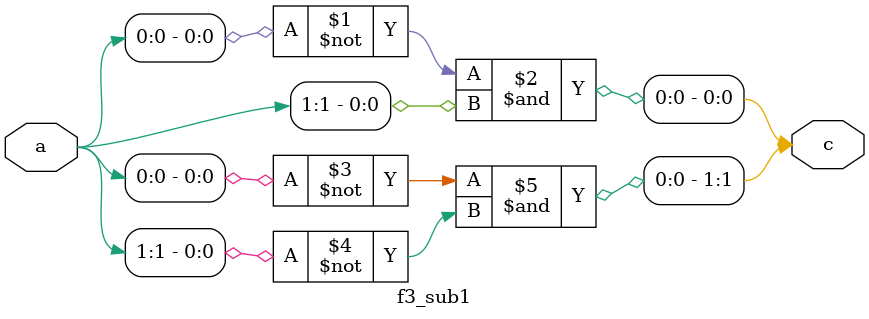
<source format=v>
`default_nettype none

`define M 97          
`define WIDTH (2*`M-1)    
`define W2 (4*`M-1)    
`define W3 (6*`M-1)    
`define W6 (12*`M-1)   
`define PX 196'h4000000000000000000000000000000000000000001000002 

`define ZERO {(2*`M){1'b0}}
`define TWO {(2*`M-2){1'b0}},2'b10



module duursma_lee_algo (
    clk,
    reset,
    xp,
    yp,
    xr,
    yr,
    done,
    out
);
  input clk, reset;
  input [`WIDTH:0] xp, yp, xr, yr;
  output reg done;
  output reg [`W6:0] out;

  reg [`W6:0] t;
  reg [`WIDTH:0] a, b, y;
  reg [ 1:0] d;
  reg [`M:0] i;
  reg f3m_reset, delay1, delay2;
  wire [`W6:0] g, v7, v8;
  wire [`WIDTH:0] mu, nmu, ny, x, v2, v3, v4, v5, v6;
  wire [1:0] v9;
  wire f36m_reset, dummy, f3m_done, f36m_done, finish, change;

  assign g = {`ZERO, `TWO, `ZERO, nmu, v6, v5};
  assign finish = i[0];

  f3m_cubic
      ins1 (
          xr,
          x
      ),
      ins2 (
          yr,
          v2
      );
  f3m_nine
      ins3 (
          clk,
          a,
          v3
      ),
      ins4 (
          clk,
          b,
          v4
      );
  f3m_add3 ins5 (
      v3,
      x,
      {{(2 * `M - 2) {1'b0}}, d},
      mu
  );
  f3m_neg
      ins6 (
          nmu,
          mu
      ),
      ins7 (
          y,
          ny
      );
  f3m_mult
      ins8 (
          clk,
          delay2,
          mu,
          nmu,
          v5,
          f3m_done
      ),
      ins9 (
          clk,
          delay2,
          v4,
          ny,
          v6,
          dummy
      );
  f36m_cubic ins10 (
      clk,
      t,
      v7
  );
  f36m_mult ins11 (
      clk,
      f36m_reset,
      v7,
      g,
      v8,
      f36m_done
  );
  func6
      ins12 (
          clk,
          reset,
          f36m_done,
          change
      ),
      ins13 (
          clk,
          reset,
          f3m_done,
          f36m_reset
      );
  f3_sub1 ins14 (
      d,
      v9
  );

  always @(posedge clk)
    if (reset) i <= {1'b1, {`M{1'b0}}};
    else if (change | i[0]) i <= i >> 1;

  always @(posedge clk) begin
    if (reset) begin
      a <= xp;
      b <= yp;
      t <= 1;
      y <= v2;
      d <= 1;
    end else if (change) begin
      a <= v3;
      b <= v4;
      t <= v8;
      y <= ny;
      d <= v9;
    end
  end

  always @(posedge clk)
    if (reset) begin
      done <= 0;
    end else if (finish) begin
      done <= 1;
      out  <= v8;
    end

  always @(posedge clk)
    if (reset) begin
      delay1 <= 1;
      delay2 <= 1;
    end else begin
      delay2 <= delay1;
      delay1 <= f3m_reset;
    end

  always @(posedge clk)
    if (reset) f3m_reset <= 1;
    else if (change) f3m_reset <= 1;
    else f3m_reset <= 0;
endmodule


module tate_pairing (
    clk,
    reset,
    x1,
    y1,
    x2,
    y2,
    done,
    out
);
  input clk, reset;
  input [`WIDTH:0] x1, y1, x2, y2;
  output reg done;
  output reg [`W6:0] out;

  reg delay1, rst1;
  wire done1, rst2, done2;
  wire [`W6:0] out1, out2;
  reg [2:0] K;

  duursma_lee_algo ins1 (
      clk,
      rst1,
      x1,
      y1,
      x2,
      y2,
      done1,
      out1
  );
  second_part ins2 (
      clk,
      rst2,
      out1,
      out2,
      done2
  );
  func6 ins3 (
      clk,
      reset,
      done1,
      rst2
  );

  always @(posedge clk)
    if (reset) begin
      rst1   <= 1;
      delay1 <= 1;
    end else begin
      rst1   <= delay1;
      delay1 <= reset;
    end

  always @(posedge clk)
    if (reset) K <= 3'b100;
    else if ((K[2] & rst2) | (K[1] & done2) | K[0]) K <= K >> 1;

  always @(posedge clk)
    if (reset) done <= 0;
    else if (K[0]) begin
      done <= 1;
      out  <= out2;
    end
endmodule

module func6 (
    clk,
    reset,
    in,
    out
);
  input clk, reset, in;
  output out;
  reg reg1, reg2;
  always @(posedge clk)
    if (reset) begin
      reg1 <= 0;
      reg2 <= 0;
    end else begin
      reg2 <= reg1;
      reg1 <= in;
    end
  assign out = {reg2, reg1} == 2'b01 ? 1 : 0;
endmodule


module f36m_mult (
    clk,
    reset,
    a,
    b,
    c,
    done
);
  input clk, reset;
  input [`W6:0] a, b;
  output reg [`W6:0] c;
  output reg done;

  reg [`W2:0] x0, x1, x2, x3, x4, x5;
  wire [`W2:0] a0, a1, a2,
                 b0, b1, b2,
                 c0, c1, c2,
                 v1, v2, v3, v4, v5, v6,
                 nx0, nx2, nx5,
                 d0, d1, d2, d3, d4;
  reg [6:0] K;
  wire e0, e1, e2, e3, e4, e5, mult_done, p, rst;
  wire [`W2:0] in0, in1;
  wire [`W2:0] o;
  reg mult_reset, delay1, delay2;
  reg [`W2:0] in0d, in1d;

  assign {e0, e1, e2, e3, e4, e5} = K[6:1];
  assign {a2, a1, a0} = a;
  assign {b2, b1, b0} = b;
  assign d4 = x0;
  assign d0 = x5;
  assign rst = delay2;

  f32m_mux6
      ins1 (
          a2,
          v1,
          a1,
          v3,
          v5,
          a0,
          e0,
          e1,
          e2,
          e3,
          e4,
          e5,
          in0
      ),  
      ins2 (
          b2,
          v2,
          b1,
          v4,
          v6,
          b0,
          e0,
          e1,
          e2,
          e3,
          e4,
          e5,
          in1
      );  
  f32m_mult ins3 (
      clk,
      mult_reset,
      in0d,
      in1d,
      o,
      mult_done
  );  
  func6 ins4 (
      clk,
      reset,
      mult_done,
      p
  );
  f32m_add
      ins5 (
          a1,
          a2,
          v1
      ),  
      ins6 (
          b1,
          b2,
          v2
      ),  
      ins7 (
          a0,
          a2,
          v3
      ),  
      ins8 (
          b0,
          b2,
          v4
      ),  
      ins9 (
          a0,
          a1,
          v5
      ),  
      ins10 (
          b0,
          b1,
          v6
      ),  
      ins11 (
          d0,
          d3,
          c0
      ),  
      ins12 (
          d2,
          d4,
          c2
      );  
  f32m_neg
      ins13 (
          x0,
          nx0
      ),  
      ins14 (
          x2,
          nx2
      ),  
      ins15 (
          x5,
          nx5
      );  
  f32m_add3
      ins16 (
          x1,
          nx0,
          nx2,
          d3
      ),  
      ins17 (
          x4,
          nx2,
          nx5,
          d1
      ),  
      ins18 (
          d1,
          d3,
          d4,
          c1
      );  
  f32m_add4 ins19 (
      x3,
      x2,
      nx0,
      nx5,
      d2
  );  

  always @(posedge clk) begin
    in0d <= in0;
    in1d <= in1;
  end

  always @(posedge clk) begin
    if (reset) K <= 7'b1000000;
    else if (p | K[0]) K <= {1'b0, K[6:1]};
  end

  always @(posedge clk) begin
    if (e0) x0 <= o;  
    if (e1) x1 <= o;  
    if (e2) x2 <= o;  
    if (e3) x3 <= o;  
    if (e4) x4 <= o;  
    if (e5) x5 <= o;  
  end

  always @(posedge clk) begin
    if (reset) done <= 0;
    else if (K[0]) begin
      done <= 1;
      c <= {c2, c1, c0};
    end
  end

  always @(posedge clk) begin
    if (rst) mult_reset <= 1;
    else if (mult_done) mult_reset <= 1;
    else mult_reset <= 0;
  end

  always @(posedge clk) begin
    delay2 <= delay1;
    delay1 <= reset;
  end
endmodule


module f36m_cubic (
    clk,
    a,
    c
);
  input clk;
  input [`W6:0] a;
  output reg [`W6:0] c;
  wire [`W2:0] a0, a1, a2, v0, v1, v2, v3, c0, c1, c2;

  assign {a2, a1, a0} = a;
  assign c2 = v2;  

  f32m_cubic
      ins1 (
          clk,
          a0,
          v0
      ),  
      ins2 (
          clk,
          a1,
          v1
      ),  
      ins3 (
          clk,
          a2,
          v2
      );  
  f32m_add
      ins4 (
          v0,
          v1,
          v3
      ),  
      ins5 (
          v2,
          v3,
          c0
      );  
  f32m_sub ins6 (
      v1,
      v2,
      c1
  );  

  always @(posedge clk) c <= {c2, c1, c0};
endmodule


module second_part (
    clk,
    reset,
    a,
    c,
    done
);
  input clk, reset;
  input [`W6:0] a;
  output reg [`W6:0] c;
  output reg done;

  reg [3:0] K;
  wire [`WIDTH:0] d0, d1, d2, d3, d4, d5, c0, c1, c2, c3, c4, c5;
  wire [`W3:0] a0, a1, b0, b1, v1, v2, v3, v4, v5, v6, v7, v8, nv6;
  wire [1:0] v9, v10;
  wire rst1, rst2, rst3, done1, done2, done3;

  assign {d5, d4, d3, d2, d1, d0} = a;
  assign {a1, a0} = {d5, d3, d1, d4, d2, d0};  
  assign {b1, b0} = {{v8[`W3:2], v10}, {v7[`W3:2], v9}};
  assign {c5, c3, c1, c4, c2, c0} = {b1, b0};  
  assign rst1 = reset;

  f33m_mult2 ins1 (
      clk,
      rst1,
      a0,
      a0,
      v1,  
      a1,
      a1,
      v2,  
      done1
  );
  f33m_add
      ins2 (
          v1,
          v2,
          v3
      ),  
      ins3 (
          a0,
          a1,
          v5
      );  
  f33m_inv ins4 (
      clk,
      rst2,
      v3,
      v4,
      done2
  );  
  f33m_neg ins5 (
      v6,
      nv6
  );  
  f33m_mult3 
        ins6 (
      clk,
      rst3,
      v5,
      v5,
      v6,  
      v2,
      v4,
      v7,  
      nv6,
      v4,
      v8,  
      done3
  );
  f3_add1
      ins7 (
          v7[1:0],
          v9
      ),  
      ins8 (
          v8[1:0],
          v10
      );  
  func6
      ins9 (
          clk,
          reset,
          done1,
          rst2
      ),
      ins10 (
          clk,
          reset,
          done2,
          rst3
      );

  always @(posedge clk)
    if (reset) K <= 4'b1000;
    else if ((K[3] & rst2) | (K[2] & rst3) | (K[1] & done3) | K[0]) K <= K >> 1;

  always @(posedge clk)
    if (reset) done <= 0;
    else if (K[0]) begin
      done <= 1;
      c <= {c5, c4, c3, c2, c1, c0};
    end
endmodule



module f33m_mux2 (
    v1,
    l1,
    v2,
    l2,
    out
);
  input [`W3:0] v1, v2;
  input l1, l2;
  output [`W3:0] out;
  genvar i;
  generate
    for (i = 0; i <= `W3; i = i + 1) begin : label
      assign out[i] = (v1[i] & l1) | (v2[i] & l2);
    end
  endgenerate
endmodule


module f33m_mux3 (
    v1,
    l1,
    v2,
    l2,
    v3,
    l3,
    out
);
  input [`W3:0] v1, v2, v3;
  input l1, l2, l3;
  output [`W3:0] out;
  genvar i;
  generate
    for (i = 0; i <= `W3; i = i + 1) begin : label
      assign out[i] = (v1[i] & l1) | (v2[i] & l2) | (v3[i] & l3);
    end
  endgenerate
endmodule


module f33m_add (
    a,
    b,
    c
);
  input [`W3:0] a, b;
  output [`W3:0] c;
  wire [`WIDTH:0] a0, a1, a2, b0, b1, b2, c0, c1, c2;
  assign {a2, a1, a0} = a;
  assign {b2, b1, b0} = b;
  assign c = {c2, c1, c0};
  f3m_add
      ins1 (
          a0,
          b0,
          c0
      ),
      ins2 (
          a1,
          b1,
          c1
      ),
      ins3 (
          a2,
          b2,
          c2
      );
endmodule


module f33m_neg (
    a,
    c
);
  input [`W3:0] a;
  output [`W3:0] c;
  wire [`WIDTH:0] a0, a1, a2, c0, c1, c2;
  assign {a2, a1, a0} = a;
  assign c = {c2, c1, c0};
  f3m_neg
      ins1 (
          a0,
          c0
      ),
      ins2 (
          a1,
          c1
      ),
      ins3 (
          a2,
          c2
      );
endmodule


module f33m_mult (
    clk,
    reset,
    a,
    b,
    c,
    done
);
  input clk, reset;
  input [`W3:0] a, b;
  output reg [`W3:0] c;
  output reg done;

  reg [`WIDTH:0] x0, x1, x2, x3, x4, x5;
  wire [`WIDTH:0]  a0, a1, a2,
                     b0, b1, b2,
                     c0, c1, c2,
                     v1, v2, v3, v4, v5, v6,
                     nx0, nx2, nx5,
                     d0, d1, d2, d3, d4;
  reg [6:0] K;
  wire e0, e1, e2, e3, e4, e5, mult_done, p, rst;
  wire [`WIDTH:0] in0, in1;
  wire [`WIDTH:0] o;
  reg mult_reset, delay1, delay2;

  assign {e0, e1, e2, e3, e4, e5} = K[6:1];
  assign {a2, a1, a0} = a;
  assign {b2, b1, b0} = b;
  assign d4 = x0;
  assign d0 = x5;
  assign rst = delay2;

  f3m_mux6
      ins1 (
          a2,
          v1,
          a1,
          v3,
          v5,
          a0,
          e0,
          e1,
          e2,
          e3,
          e4,
          e5,
          in0
      ),
      ins2 (
          b2,
          v2,
          b1,
          v4,
          v6,
          b0,
          e0,
          e1,
          e2,
          e3,
          e4,
          e5,
          in1
      );
  f3m_mult ins3 (
      clk,
      mult_reset,
      in0,
      in1,
      o,
      mult_done
  );
  func6 ins4 (
      clk,
      reset,
      mult_done,
      p
  );
  f3m_add
      ins5 (
          a1,
          a2,
          v1
      ),
      ins6 (
          b1,
          b2,
          v2
      ),
      ins7 (
          a0,
          a2,
          v3
      ),
      ins8 (
          b0,
          b2,
          v4
      ),
      ins9 (
          a0,
          a1,
          v5
      ),
      ins10 (
          b0,
          b1,
          v6
      ),
      ins11 (
          d0,
          d3,
          c0
      ),
      ins12 (
          d2,
          d4,
          c2
      );
  f3m_neg
      ins13 (
          x0,
          nx0
      ),
      ins14 (
          x2,
          nx2
      ),
      ins15 (
          x5,
          nx5
      );
  f3m_add3
      ins16 (
          x1,
          nx0,
          nx2,
          d3
      ),
      ins17 (
          x4,
          nx2,
          nx5,
          d1
      ),
      ins18 (
          d1,
          d3,
          d4,
          c1
      );
  f3m_add4 ins19 (
      x3,
      x2,
      nx0,
      nx5,
      d2
  );

  always @(posedge clk) begin
    if (reset) K <= 7'b1000000;
    else if (p | K[0]) K <= {1'b0, K[6:1]};
  end

  always @(posedge clk) begin
    if (e0) x0 <= o;
    if (e1) x1 <= o;
    if (e2) x2 <= o;
    if (e3) x3 <= o;
    if (e4) x4 <= o;
    if (e5) x5 <= o;
  end

  always @(posedge clk) begin
    if (reset) done <= 0;
    else if (K[0]) begin
      done <= 1;
      c <= {c2, c1, c0};
    end
  end

  always @(posedge clk) begin
    if (rst) mult_reset <= 1;
    else if (mult_done) mult_reset <= 1;
    else mult_reset <= 0;
  end

  always @(posedge clk) begin
    delay2 <= delay1;
    delay1 <= reset;
  end
endmodule


module f33m_mult3 (
    clk,
    reset,
    a0,
    b0,
    c0,
    a1,
    b1,
    c1,
    a2,
    b2,
    c2,
    done
);
  input clk, reset;
  input [`W3:0] a0, b0, a1, b1, a2, b2;
  output reg [`W3:0] c0, c1, c2;
  output reg done;
  reg [3:0] K;
  reg mult_reset, delay1, delay2;
  wire e1, e2, e3, mult_done, delay3, rst;
  wire [`W3:0] in1, in2, o;

  assign rst = delay2;
  assign {e1, e2, e3} = K[3:1];

  f33m_mux3
      ins9 (
          a0,
          e1,
          a1,
          e2,
          a2,
          e3,
          in1
      ),
      ins10 (
          b0,
          e1,
          b1,
          e2,
          b2,
          e3,
          in2
      );
  f33m_mult ins11 (
      clk,
      mult_reset,
      in1,
      in2,
      o,
      mult_done
  );
  func6 ins12 (
      clk,
      reset,
      mult_done,
      delay3
  );

  always @(posedge clk) begin
    if (e1) c0 <= o;
    if (e2) c1 <= o;
    if (e3) c2 <= o;
  end

  always @(posedge clk)
    if (reset) K <= 4'b1000;
    else if (delay3 | K[0]) K <= {1'b0, K[3:1]};

  always @(posedge clk) begin
    if (rst) mult_reset <= 1;
    else if (mult_done) mult_reset <= 1;
    else mult_reset <= 0;
  end

  always @(posedge clk)
    if (reset) done <= 0;
    else if (K[0]) done <= 1;

  always @(posedge clk) begin
    delay2 <= delay1;
    delay1 <= reset;
  end
endmodule


module f33m_mult2 (
    clk,
    reset,
    a0,
    b0,
    c0,
    a1,
    b1,
    c1,
    done
);
  input clk, reset;
  input [`W3:0] a0, b0, a1, b1;
  output reg [`W3:0] c0, c1;
  output reg done;
  reg [2:0] K;
  reg mult_reset, delay1, delay2;
  wire e1, e2, mult_done, delay3, rst;
  wire [`W3:0] in1, in2, o;

  assign rst = delay2;
  assign {e1, e2} = K[2:1];

  f33m_mux2
      ins9 (
          a0,
          e1,
          a1,
          e2,
          in1
      ),
      ins10 (
          b0,
          e1,
          b1,
          e2,
          in2
      );
  f33m_mult ins11 (
      clk,
      mult_reset,
      in1,
      in2,
      o,
      mult_done
  );
  func6 ins12 (
      clk,
      reset,
      mult_done,
      delay3
  );

  always @(posedge clk) begin
    if (e1) c0 <= o;
    if (e2) c1 <= o;
  end

  always @(posedge clk)
    if (reset) K <= 3'b100;
    else if (delay3 | K[0]) K <= {1'b0, K[2:1]};

  always @(posedge clk) begin
    if (rst) mult_reset <= 1;
    else if (mult_done) mult_reset <= 1;
    else mult_reset <= 0;
  end

  always @(posedge clk)
    if (reset) done <= 0;
    else if (K[0]) done <= 1;

  always @(posedge clk) begin
    delay2 <= delay1;
    delay1 <= reset;
  end
endmodule


module f33m_inv (
    clk,
    reset,
    a,
    c,
    done
);
  input clk, reset;
  input [`W3:0] a;
  output reg [`W3:0] c;
  output reg done;

  wire [`WIDTH:0] a0, a1, a2,
                    c0, c1, c2,
                    v0, v1, v2, v3, v4, v5,
                    v6, v7, v8, v9, v10, v11,
                    v12, v13, v14, v15, v16,
                    v17, nv2, nv11, nv14;
  wire rst1, rst2, rst3, rst4, done1, done2, done3, done4, dummy;
  reg [4:0] K;

  assign {a2, a1, a0} = a;
  assign rst1 = reset;

  f3m_mult3
      ins1 (
          clk,
          rst1,
          a0,
          a0,
          v0,
          a1,
          a1,
          v1,
          a2,
          a2,
          v2,
          done1
      ),
      ins2 (
          clk,
          rst2,
          v0,
          v3,
          v6,
          v1,
          v4,
          v7,
          v2,
          v5,
          v8,
          done2
      ),
      ins3 (
          clk,
          rst1,
          a0,
          a2,
          v11,
          a0,
          a1,
          v12,
          a1,
          a2,
          v13,
          dummy
      ),
      ins4 (
          clk,
          rst4,
          v10,
          v15,
          c0,
          v10,
          v16,
          c1,
          v10,
          v17,
          c2,
          done4
      );
  f3m_sub
      ins5 (
          a0,
          a2,
          v3
      ),
      ins6 (
          a1,
          a0,
          v4
      ),
      ins7 (
          a2,
          v4,
          v5
      );
  f3m_add3
      ins8 (
          v6,
          v7,
          v8,
          v9
      ),
      ins9 (
          v11,
          v1,
          v13,
          v14
      ),
      ins10 (
          nv14,
          v0,
          v2,
          v15
      ),
      ins11 (
          v1,
          nv2,
          nv11,
          v17
      );
  f3m_neg
      ins12 (
          v2,
          nv2
      ),
      ins13 (
          v11,
          nv11
      ),
      ins14 (
          v14,
          nv14
      );
  f3m_sub ins15 (
      v2,
      v12,
      v16
  );
  f3m_inv ins16 (
      clk,
      rst3,
      v9,
      v10,
      done3
  );
  func6
      ins17 (
          clk,
          reset,
          done1,
          rst2
      ),
      ins18 (
          clk,
          reset,
          done2,
          rst3
      ),
      ins19 (
          clk,
          reset,
          done3,
          rst4
      );

  always @(posedge clk)
    if (reset) K <= 5'h10;
    else if ((K[4] & rst2) | (K[3] & rst3) | (K[2] & rst4) | (K[1] & done4) | K[0]) K <= K >> 1;

  always @(posedge clk)
    if (reset) done <= 0;
    else if (K[0]) begin
      done <= 1;
      c <= {c2, c1, c0};
    end
endmodule



module f32m_mux6 (
    v0,
    v1,
    v2,
    v3,
    v4,
    v5,
    l0,
    l1,
    l2,
    l3,
    l4,
    l5,
    out
);
  input l0, l1, l2, l3, l4, l5;
  input [`W2:0] v0, v1, v2, v3, v4, v5;
  output [`W2:0] out;
  f3m_mux6
      ins1 (
          v0[`WIDTH:0],
          v1[`WIDTH:0],
          v2[`WIDTH:0],
          v3[`WIDTH:0],
          v4[`WIDTH:0],
          v5[`WIDTH:0],
          l0,
          l1,
          l2,
          l3,
          l4,
          l5,
          out[`WIDTH:0]
      ),
      ins2 (
          v0[`W2:`WIDTH+1],
          v1[`W2:`WIDTH+1],
          v2[`W2:`WIDTH+1],
          v3[`W2:`WIDTH+1],
          v4[`W2:`WIDTH+1],
          v5[`W2:`WIDTH+1],
          l0,
          l1,
          l2,
          l3,
          l4,
          l5,
          out[`W2:`WIDTH+1]
      );
endmodule


module f32m_add (
    a,
    b,
    c
);
  input [`W2:0] a, b;
  output [`W2:0] c;
  f3m_add
      a1 (
          a[`W2:`WIDTH+1],
          b[`W2:`WIDTH+1],
          c[`W2:`WIDTH+1]
      ),
      a2 (
          a[`WIDTH:0],
          b[`WIDTH:0],
          c[`WIDTH:0]
      );
endmodule


module f32m_add3 (
    a0,
    a1,
    a2,
    c
);
  input [`W2:0] a0, a1, a2;
  output [`W2:0] c;
  wire [`W2:0] t;
  f32m_add
      ins1 (
          a0,
          a1,
          t
      ),  
      ins2 (
          t,
          a2,
          c
      );  
endmodule


module f32m_add4 (
    a0,
    a1,
    a2,
    a3,
    c
);
  input [`W2:0] a0, a1, a2, a3;
  output [`W2:0] c;
  wire [`W2:0] t1, t2;
  f32m_add
      ins1 (
          a0,
          a1,
          t1
      ),  
      ins2 (
          a2,
          a3,
          t2
      ),  
      ins3 (
          t1,
          t2,
          c
      );  
endmodule


module f32m_neg (
    a,
    c
);
  input [`W2:0] a;
  output [`W2:0] c;
  f3m_neg
      n1 (
          a[`W2:`WIDTH+1],
          c[`W2:`WIDTH+1]
      ),
      n2 (
          a[`WIDTH:0],
          c[`WIDTH:0]
      );
endmodule


module f32m_sub (
    a,
    b,
    c
);
  input [`W2:0] a, b;
  output [`W2:0] c;
  f3m_sub
      s1 (
          a[`W2:`WIDTH+1],
          b[`W2:`WIDTH+1],
          c[`W2:`WIDTH+1]
      ),
      s2 (
          a[`WIDTH:0],
          b[`WIDTH:0],
          c[`WIDTH:0]
      );
endmodule


module f32m_mult (
    clk,
    reset,
    a,
    b,
    c,
    done
);
  input reset, clk;
  input [`W2:0] a, b;
  output reg [`W2:0] c;
  output reg done;
  wire [`WIDTH:0] a0, a1, b0, b1, c0, c1, v1, v2, v3, v4, v5, v6;
  reg mult_reset;
  wire mult_done, p;

  assign {a1, a0} = a;
  assign {b1, b0} = b;

  f3m_add
      ins1 (
          a0,
          a1,
          v1
      ),  
      ins2 (
          b0,
          b1,
          v2
      ),  
      ins3 (
          v3,
          v4,
          v6
      );  
  f3m_sub
      ins7 (
          v5,
          v6,
          c1
      ),  
      ins8 (
          v3,
          v4,
          c0
      );  
  
  
  
  f3m_mult3 ins9 (
      clk,
      mult_reset,
      a0,
      b0,
      v3,
      a1,
      b1,
      v4,
      v1,
      v2,
      v5,
      mult_done
  );
  func6 ins10 (
      clk,
      reset,
      mult_done,
      p
  );

  always @(posedge clk) mult_reset <= reset;

  always @(posedge clk)
    if (reset) done <= 0;
    else if (p) begin
      done <= 1;
      c <= {c1, c0};
    end
endmodule


module f32m_cubic (
    clk,
    a,
    c
);
  input clk;
  input [`W2:0] a;
  output reg [`W2:0] c;
  wire [`WIDTH:0] a0, a1, c0, c1, v;
  assign {a1, a0} = a;
  f3m_cubic
      ins1 (
          a0,
          c0
      ),  
      ins2 (
          a1,
          v
      );  
  f3m_neg ins3 (
      v,
      c1
  );  
  always @(posedge clk) c <= {c1, c0};
endmodule


`define MOST 2*`M+1:2*`M


module f3m_mux3 (
    v1,
    l1,
    v2,
    l2,
    v3,
    l3,
    out
);
  input [`WIDTH:0] v1, v2, v3;
  input l1, l2, l3;
  output [`WIDTH:0] out;
  genvar i;
  generate
    for (i = 0; i <= `WIDTH; i = i + 1) begin : label
      assign out[i] = (v1[i] & l1) | (v2[i] & l2) | (v3[i] & l3);
    end
  endgenerate
endmodule


module f3m_mux6 (
    v0,
    v1,
    v2,
    v3,
    v4,
    v5,
    l0,
    l1,
    l2,
    l3,
    l4,
    l5,
    out
);
  input l0, l1, l2, l3, l4, l5;
  input [`WIDTH:0] v0, v1, v2, v3, v4, v5;
  output [`WIDTH:0] out;
  genvar i;
  generate
    for (i = 0; i <= `WIDTH; i = i + 1) begin : label
      assign out[i] = (v0[i]&l0)|(v1[i]&l1)|(v2[i]&l2)|(v3[i]&l3)|(v4[i]&l4)|(v5[i]&l5);
    end
  endgenerate
endmodule


module f3m_add (
    A,
    B,
    C
);
  input [`WIDTH : 0] A, B;
  output [`WIDTH : 0] C;
  genvar i;
  generate
    for (i = 0; i < `M; i = i + 1) begin : aa
      f3_add aa (
          A[(2*i+1) : 2*i],
          B[(2*i+1) : 2*i],
          C[(2*i+1) : 2*i]
      );
    end
  endgenerate
endmodule


module f3m_add3 (
    a0,
    a1,
    a2,
    c
);
  input [`WIDTH:0] a0, a1, a2;
  output [`WIDTH:0] c;
  wire [`WIDTH:0] v;
  f3m_add
      ins1 (
          a0,
          a1,
          v
      ),
      ins2 (
          v,
          a2,
          c
      );
endmodule


module f3m_add4 (
    a0,
    a1,
    a2,
    a3,
    c
);
  input [`WIDTH:0] a0, a1, a2, a3;
  output [`WIDTH:0] c;
  wire [`WIDTH:0] v1, v2;
  f3m_add
      ins1 (
          a0,
          a1,
          v1
      ),
      ins2 (
          a2,
          a3,
          v2
      ),
      ins3 (
          v1,
          v2,
          c
      );
endmodule


module f3m_neg (
    a,
    c
);
  input [`WIDTH:0] a;
  output [`WIDTH:0] c;
  genvar i;
  generate
    for (i = 0; i <= `WIDTH; i = i + 2) begin : label
      assign c[i+1:i] = {a[i], a[i+1]};
    end
  endgenerate
endmodule


module f3m_sub (
    A,
    B,
    C
);
  input [`WIDTH : 0] A, B;
  output [`WIDTH : 0] C;
  genvar i;
  generate
    for (i = 0; i < `M; i = i + 1) begin : aa
      f3_sub aa (
          A[(2*i+1) : 2*i],
          B[(2*i+1) : 2*i],
          C[(2*i+1) : 2*i]
      );
    end
  endgenerate
endmodule


module f3m_mult (
    clk,
    reset,
    A,
    B,
    C,
    done
);
  input [`WIDTH : 0] A, B;
  input clk;
  input reset;
  output reg [`WIDTH : 0] C;
  output reg done;
  reg [`WIDTH : 0] x, y, z;
  wire [`WIDTH : 0] z1, z2, z3, z4;
  reg [`M/3+1 : 0] i;
  wire done1;
  wire [1:0] dummy;

  func8 ins1 (
      x,
      y[5:0],
      z1
  );
  f3m_add ins2 (
      z1,
      z,
      z2
  );
  assign z4 = y >> 6;
  func7 ins3 (
      x,
      z3
  );
  assign done1 = i[0];

  always @(posedge clk) if (done1) C <= z;

  always @(posedge clk)
    if (reset) done <= 0;
    else if (done1) done <= 1;

  always @(posedge clk) begin
    if (reset) begin
      x <= A;
      y <= B;
      z <= 0;
      i <= {1'b1, {(`M / 3 + 1) {1'b0}}};
    end else begin
      x <= z3[`WIDTH:0];
      y <= z4;
      z <= z2;
      i <= i >> 1;
    end
  end
endmodule


module f3m_mult3 (
    clk,
    reset,
    a0,
    b0,
    c0,
    a1,
    b1,
    c1,
    a2,
    b2,
    c2,
    done
);
  input clk, reset;
  input [`WIDTH:0] a0, b0, a1, b1, a2, b2;
  output reg [`WIDTH:0] c0, c1, c2;
  output reg done;
  reg [3:0] K;
  reg mult_reset, delay1, delay2;
  wire e1, e2, e3, mult_done, delay3, rst;
  wire [`WIDTH:0] in1, in2, o;

  assign rst = delay2;
  assign {e1, e2, e3} = K[3:1];

  f3m_mux3
      ins9 (
          a0,
          e1,
          a1,
          e2,
          a2,
          e3,
          in1
      ),
      ins10 (
          b0,
          e1,
          b1,
          e2,
          b2,
          e3,
          in2
      );
  f3m_mult ins11 (
      clk,
      mult_reset,
      in1,
      in2,
      o,
      mult_done
  );
  func6 ins12 (
      clk,
      reset,
      mult_done,
      delay3
  );

  always @(posedge clk) begin
    if (e1) c0 <= o;
    if (e2) c1 <= o;
    if (e3) c2 <= o;
  end

  always @(posedge clk)
    if (reset) K <= 4'b1000;
    else if (delay3 | K[0]) K <= {1'b0, K[3:1]};

  always @(posedge clk) begin
    if (rst) mult_reset <= 1;
    else if (mult_done) mult_reset <= 1;
    else mult_reset <= 0;
  end

  always @(posedge clk)
    if (reset) done <= 0;
    else if (K[0]) done <= 1;

  always @(posedge clk) begin
    delay2 <= delay1;
    delay1 <= reset;
  end
endmodule



module f3m_cubic (
    input  wire [193:0] in,
    output wire [193:0] out
);
  wire [1:0] w0;
  f3_add a0 (
      in[131:130],
      in[139:138],
      w0
  );
  wire [1:0] w1;
  f3_add a1 (
      in[133:132],
      in[141:140],
      w1
  );
  wire [1:0] w2;
  f3_add a2 (
      in[135:134],
      in[143:142],
      w2
  );
  wire [1:0] w3;
  f3_add a3 (
      in[137:136],
      in[145:144],
      w3
  );
  wire [1:0] w4;
  f3_add a4 (
      in[147:146],
      in[155:154],
      w4
  );
  wire [1:0] w5;
  f3_add a5 (
      in[149:148],
      in[157:156],
      w5
  );
  wire [1:0] w6;
  f3_add a6 (
      in[151:150],
      in[159:158],
      w6
  );
  wire [1:0] w7;
  f3_add a7 (
      in[153:152],
      in[161:160],
      w7
  );
  wire [1:0] w8;
  f3_add a8 (
      in[163:162],
      in[171:170],
      w8
  );
  wire [1:0] w9;
  f3_add a9 (
      in[165:164],
      in[173:172],
      w9
  );
  wire [1:0] w10;
  f3_add a10 (
      in[167:166],
      in[175:174],
      w10
  );
  wire [1:0] w11;
  f3_add a11 (
      in[169:168],
      in[177:176],
      w11
  );
  wire [1:0] w12;
  f3_add a12 (
      in[179:178],
      in[187:186],
      w12
  );
  wire [1:0] w13;
  f3_add a13 (
      in[181:180],
      in[189:188],
      w13
  );
  wire [1:0] w14;
  f3_add a14 (
      in[183:182],
      in[191:190],
      w14
  );
  wire [1:0] w15;
  f3_add a15 (
      in[185:184],
      in[193:192],
      w15
  );
  wire [1:0] w16;
  f3_add a16 (
      in[1:0],
      w12,
      w16
  );
  assign out[1:0] = w16;
  wire [1:0] w17;
  f3_add a17 (
      {in[122], in[123]},
      in[131:130],
      w17
  );
  assign out[3:2] = w17;
  assign out[5:4] = in[67:66];
  wire [1:0] w18;
  f3_add a18 (
      in[3:2],
      w13,
      w18
  );
  assign out[7:6] = w18;
  wire [1:0] w19;
  f3_add a19 (
      {in[124], in[125]},
      in[133:132],
      w19
  );
  assign out[9:8]   = w19;
  assign out[11:10] = in[69:68];
  wire [1:0] w20;
  f3_add a20 (
      in[5:4],
      w14,
      w20
  );
  assign out[13:12] = w20;
  wire [1:0] w21;
  f3_add a21 (
      {in[126], in[127]},
      in[135:134],
      w21
  );
  assign out[15:14] = w21;
  assign out[17:16] = in[71:70];
  wire [1:0] w22;
  f3_add a22 (
      in[7:6],
      w15,
      w22
  );
  assign out[19:18] = w22;
  wire [1:0] w23;
  f3_add a23 (
      {in[128], in[129]},
      in[137:136],
      w23
  );
  assign out[21:20] = w23;
  assign out[23:22] = in[73:72];
  wire [1:0] w24;
  f3_add a24 (
      in[9:8],
      {in[178], in[179]},
      w24
  );
  assign out[25:24] = w24;
  wire [1:0] w25;
  f3_add a25 (
      in[123:122],
      w0,
      w25
  );
  assign out[27:26] = w25;
  wire [1:0] w26;
  f3_add a26 (
      {in[66], in[67]},
      in[75:74],
      w26
  );
  assign out[29:28] = w26;
  wire [1:0] w27;
  f3_add a27 (
      in[11:10],
      {in[180], in[181]},
      w27
  );
  assign out[31:30] = w27;
  wire [1:0] w28;
  f3_add a28 (
      in[125:124],
      w1,
      w28
  );
  assign out[33:32] = w28;
  wire [1:0] w29;
  f3_add a29 (
      {in[68], in[69]},
      in[77:76],
      w29
  );
  assign out[35:34] = w29;
  wire [1:0] w30;
  f3_add a30 (
      in[13:12],
      {in[182], in[183]},
      w30
  );
  assign out[37:36] = w30;
  wire [1:0] w31;
  f3_add a31 (
      in[127:126],
      w2,
      w31
  );
  assign out[39:38] = w31;
  wire [1:0] w32;
  f3_add a32 (
      {in[70], in[71]},
      in[79:78],
      w32
  );
  assign out[41:40] = w32;
  wire [1:0] w33;
  f3_add a33 (
      in[15:14],
      {in[184], in[185]},
      w33
  );
  assign out[43:42] = w33;
  wire [1:0] w34;
  f3_add a34 (
      in[129:128],
      w3,
      w34
  );
  assign out[45:44] = w34;
  wire [1:0] w35;
  f3_add a35 (
      {in[72], in[73]},
      in[81:80],
      w35
  );
  assign out[47:46] = w35;
  wire [1:0] w36;
  f3_add a36 (
      in[17:16],
      {in[186], in[187]},
      w36
  );
  assign out[49:48] = w36;
  wire [1:0] w37;
  f3_add a37 (
      in[147:146],
      w0,
      w37
  );
  assign out[51:50] = w37;
  wire [1:0] w38;
  f3_add a38 (
      {in[74], in[75]},
      in[83:82],
      w38
  );
  assign out[53:52] = w38;
  wire [1:0] w39;
  f3_add a39 (
      in[19:18],
      {in[188], in[189]},
      w39
  );
  assign out[55:54] = w39;
  wire [1:0] w40;
  f3_add a40 (
      in[149:148],
      w1,
      w40
  );
  assign out[57:56] = w40;
  wire [1:0] w41;
  f3_add a41 (
      {in[76], in[77]},
      in[85:84],
      w41
  );
  assign out[59:58] = w41;
  wire [1:0] w42;
  f3_add a42 (
      in[21:20],
      {in[190], in[191]},
      w42
  );
  assign out[61:60] = w42;
  wire [1:0] w43;
  f3_add a43 (
      in[151:150],
      w2,
      w43
  );
  assign out[63:62] = w43;
  wire [1:0] w44;
  f3_add a44 (
      {in[78], in[79]},
      in[87:86],
      w44
  );
  assign out[65:64] = w44;
  wire [1:0] w45;
  f3_add a45 (
      in[23:22],
      {in[192], in[193]},
      w45
  );
  assign out[67:66] = w45;
  wire [1:0] w46;
  f3_add a46 (
      in[153:152],
      w3,
      w46
  );
  assign out[69:68] = w46;
  wire [1:0] w47;
  f3_add a47 (
      {in[80], in[81]},
      in[89:88],
      w47
  );
  assign out[71:70] = w47;
  assign out[73:72] = in[25:24];
  wire [1:0] w48;
  f3_add a48 (
      in[139:138],
      w4,
      w48
  );
  assign out[75:74] = w48;
  wire [1:0] w49;
  f3_add a49 (
      {in[82], in[83]},
      in[91:90],
      w49
  );
  assign out[77:76] = w49;
  assign out[79:78] = in[27:26];
  wire [1:0] w50;
  f3_add a50 (
      in[141:140],
      w5,
      w50
  );
  assign out[81:80] = w50;
  wire [1:0] w51;
  f3_add a51 (
      {in[84], in[85]},
      in[93:92],
      w51
  );
  assign out[83:82] = w51;
  assign out[85:84] = in[29:28];
  wire [1:0] w52;
  f3_add a52 (
      in[143:142],
      w6,
      w52
  );
  assign out[87:86] = w52;
  wire [1:0] w53;
  f3_add a53 (
      {in[86], in[87]},
      in[95:94],
      w53
  );
  assign out[89:88] = w53;
  assign out[91:90] = in[31:30];
  wire [1:0] w54;
  f3_add a54 (
      in[145:144],
      w7,
      w54
  );
  assign out[93:92] = w54;
  wire [1:0] w55;
  f3_add a55 (
      {in[88], in[89]},
      in[97:96],
      w55
  );
  assign out[95:94] = w55;
  assign out[97:96] = in[33:32];
  wire [1:0] w56;
  f3_add a56 (
      in[163:162],
      w4,
      w56
  );
  assign out[99:98] = w56;
  wire [1:0] w57;
  f3_add a57 (
      {in[90], in[91]},
      in[99:98],
      w57
  );
  assign out[101:100] = w57;
  assign out[103:102] = in[35:34];
  wire [1:0] w58;
  f3_add a58 (
      in[165:164],
      w5,
      w58
  );
  assign out[105:104] = w58;
  wire [1:0] w59;
  f3_add a59 (
      {in[92], in[93]},
      in[101:100],
      w59
  );
  assign out[107:106] = w59;
  assign out[109:108] = in[37:36];
  wire [1:0] w60;
  f3_add a60 (
      in[167:166],
      w6,
      w60
  );
  assign out[111:110] = w60;
  wire [1:0] w61;
  f3_add a61 (
      {in[94], in[95]},
      in[103:102],
      w61
  );
  assign out[113:112] = w61;
  assign out[115:114] = in[39:38];
  wire [1:0] w62;
  f3_add a62 (
      in[169:168],
      w7,
      w62
  );
  assign out[117:116] = w62;
  wire [1:0] w63;
  f3_add a63 (
      {in[96], in[97]},
      in[105:104],
      w63
  );
  assign out[119:118] = w63;
  assign out[121:120] = in[41:40];
  wire [1:0] w64;
  f3_add a64 (
      in[155:154],
      w8,
      w64
  );
  assign out[123:122] = w64;
  wire [1:0] w65;
  f3_add a65 (
      {in[98], in[99]},
      in[107:106],
      w65
  );
  assign out[125:124] = w65;
  assign out[127:126] = in[43:42];
  wire [1:0] w66;
  f3_add a66 (
      in[157:156],
      w9,
      w66
  );
  assign out[129:128] = w66;
  wire [1:0] w67;
  f3_add a67 (
      {in[100], in[101]},
      in[109:108],
      w67
  );
  assign out[131:130] = w67;
  assign out[133:132] = in[45:44];
  wire [1:0] w68;
  f3_add a68 (
      in[159:158],
      w10,
      w68
  );
  assign out[135:134] = w68;
  wire [1:0] w69;
  f3_add a69 (
      {in[102], in[103]},
      in[111:110],
      w69
  );
  assign out[137:136] = w69;
  assign out[139:138] = in[47:46];
  wire [1:0] w70;
  f3_add a70 (
      in[161:160],
      w11,
      w70
  );
  assign out[141:140] = w70;
  wire [1:0] w71;
  f3_add a71 (
      {in[104], in[105]},
      in[113:112],
      w71
  );
  assign out[143:142] = w71;
  assign out[145:144] = in[49:48];
  wire [1:0] w72;
  f3_add a72 (
      in[179:178],
      w8,
      w72
  );
  assign out[147:146] = w72;
  wire [1:0] w73;
  f3_add a73 (
      {in[106], in[107]},
      in[115:114],
      w73
  );
  assign out[149:148] = w73;
  assign out[151:150] = in[51:50];
  wire [1:0] w74;
  f3_add a74 (
      in[181:180],
      w9,
      w74
  );
  assign out[153:152] = w74;
  wire [1:0] w75;
  f3_add a75 (
      {in[108], in[109]},
      in[117:116],
      w75
  );
  assign out[155:154] = w75;
  assign out[157:156] = in[53:52];
  wire [1:0] w76;
  f3_add a76 (
      in[183:182],
      w10,
      w76
  );
  assign out[159:158] = w76;
  wire [1:0] w77;
  f3_add a77 (
      {in[110], in[111]},
      in[119:118],
      w77
  );
  assign out[161:160] = w77;
  assign out[163:162] = in[55:54];
  wire [1:0] w78;
  f3_add a78 (
      in[185:184],
      w11,
      w78
  );
  assign out[165:164] = w78;
  wire [1:0] w79;
  f3_add a79 (
      {in[112], in[113]},
      in[121:120],
      w79
  );
  assign out[167:166] = w79;
  assign out[169:168] = in[57:56];
  wire [1:0] w80;
  f3_add a80 (
      in[171:170],
      w12,
      w80
  );
  assign out[171:170] = w80;
  wire [1:0] w81;
  f3_add a81 (
      {in[114], in[115]},
      in[123:122],
      w81
  );
  assign out[173:172] = w81;
  assign out[175:174] = in[59:58];
  wire [1:0] w82;
  f3_add a82 (
      in[173:172],
      w13,
      w82
  );
  assign out[177:176] = w82;
  wire [1:0] w83;
  f3_add a83 (
      {in[116], in[117]},
      in[125:124],
      w83
  );
  assign out[179:178] = w83;
  assign out[181:180] = in[61:60];
  wire [1:0] w84;
  f3_add a84 (
      in[175:174],
      w14,
      w84
  );
  assign out[183:182] = w84;
  wire [1:0] w85;
  f3_add a85 (
      {in[118], in[119]},
      in[127:126],
      w85
  );
  assign out[185:184] = w85;
  assign out[187:186] = in[63:62];
  wire [1:0] w86;
  f3_add a86 (
      in[177:176],
      w15,
      w86
  );
  assign out[189:188] = w86;
  wire [1:0] w87;
  f3_add a87 (
      {in[120], in[121]},
      in[129:128],
      w87
  );
  assign out[191:190] = w87;
  assign out[193:192] = in[65:64];
endmodule



module f3m_nine (
    clk,
    in,
    out
);
  input clk;
  input [`WIDTH:0] in;
  output reg [`WIDTH:0] out;
  wire [`WIDTH:0] a, b;
  f3m_cubic
      ins1 (
          in,
          a
      ),
      ins2 (
          a,
          b
      );
  always @(posedge clk) out <= b;
endmodule


module f3m_inv (
    clk,
    reset,
    A,
    C,
    done
);
  input [`WIDTH:0] A;
  input clk;
  input reset;
  output reg [`WIDTH:0] C;
  output reg done;

  reg [`WIDTH+2:0] S, R, U, V, d;
  reg [2*`M:0] i;
  wire [1:0] q;
  wire [`WIDTH+2:0] S1, S2, R1, U1, U2, U3, V1, V2, d1, d2;
  wire don;

  assign d1  = {d[`WIDTH+1:0], 1'b1};
  assign d2  = {1'b0, d[`WIDTH+2:1]};
  assign don = i[0];

  f3_mult q1 (
      S[`MOST],
      R[`MOST],
      q
  );
  func1
      ins1 (
          S,
          R,
          q,
          S1
      ),
      ins2 (
          V,
          U,
          q,
          V1
      );
  func2
      ins3 (
          S1,
          S2
      ),
      ins4 (
          R,
          R1
      );
  func3
      ins5 (
          U,
          U1
      ),
      ins6 (
          V1,
          V2
      );
  func4 ins7 (
      U,
      R[`MOST],
      U2
  );
  func5 ins8 (
      U,
      U3
  );

  always @(posedge clk)
    if (reset) done <= 0;
    else if (don) begin
      done <= 1;
      C <= U2[`WIDTH:0];
    end

  always @(posedge clk)
    if (reset) i <= {1'b1, {(2 * `M) {1'b0}}};
    else i <= i >> 1;

  always @(posedge clk)
    if (reset) begin
      S <= `PX;
      /* verilator lint_off WIDTHEXPAND */
      R <= A;
      U <= 1;
      V <= 0;
      d <= 0;
    end else if (R[`MOST] == 2'b0) begin
      R <= R1;
      U <= U1;
      d <= d1;
    end else if (d[0] == 1'b0) begin
      R <= S2;
      S <= R;
      U <= V2;
      V <= U;
      d <= d1;
    end else begin
      S <= S2;
      V <= V1;
      U <= U3;
      d <= d2;
    end
endmodule




module func1 (
    S,
    R,
    q,
    out
);
  input [`WIDTH+2:0] S, R;
  input [1:0] q;
  output [`WIDTH+2:0] out;
  wire [`WIDTH+2:0] t;
  func4 f (
      R,
      q,
      t
  );
  genvar i;
  generate
    for (i = 0; i <= `WIDTH + 2; i = i + 2) begin : label
      f3_sub s1 (
          S[i+1:i],
          t[i+1:i],
          out[i+1:i]
      );
    end
  endgenerate
endmodule


module func2 (
    A,
    out
);
  input [`WIDTH+2:0] A;
  output [`WIDTH+2:0] out;
  assign out = {A[`WIDTH:0], 2'd0};
endmodule


module func3 (
    B,
    C
);
  input [`WIDTH+2:0] B;
  output [`WIDTH+2:0] C;
  wire [`WIDTH+2:0] A;
  assign A = {B[`WIDTH:0], 2'd0};
  wire [1:0] w0;
  f3_mult m0 (
      A[195:194],
      2'd2,
      w0
  );
  f3_sub s0 (
      A[1:0],
      w0,
      C[1:0]
  );
  assign C[23:2] = A[23:2];
  wire [1:0] w12;
  f3_mult m12 (
      A[195:194],
      2'd1,
      w12
  );
  f3_sub s12 (
      A[25:24],
      w12,
      C[25:24]
  );
  assign C[193:26]  = A[193:26];
  assign C[195:194] = 0;
endmodule


module func4 (
    A,
    aa,
    C
);
  input [`WIDTH+2:0] A;
  input [1:0] aa;
  output [`WIDTH+2:0] C;
  genvar i;
  generate
    for (i = 0; i <= `WIDTH + 2; i = i + 2) begin : label
      f3_mult m (
          A[i+1:i],
          aa,
          C[i+1:i]
      );
    end
  endgenerate
endmodule


module func5 (
    A,
    C
);
  input [`WIDTH+2:0] A;
  output [`WIDTH+2:0] C;
  assign C[195:194] = 0;
  assign C[193:192] = A[1:0];
  assign C[191:24]  = A[193:26];
  f3_add a11 (
      A[25:24],
      A[1:0],
      C[23:22]
  );
  assign C[21:0] = A[23:2];
endmodule



module func7 (
    input  wire [193:0] in,
    output wire [193:0] out
);
  assign out[5:0]  = in[193:188];
  assign out[23:6] = in[17:0];
  wire [1:0] w0;
  f3_add a0 (
      in[19:18],
      {in[188], in[189]},
      w0
  );
  assign out[25:24] = w0;
  wire [1:0] w1;
  f3_add a1 (
      in[21:20],
      {in[190], in[191]},
      w1
  );
  assign out[27:26] = w1;
  wire [1:0] w2;
  f3_add a2 (
      in[23:22],
      {in[192], in[193]},
      w2
  );
  assign out[29:28]  = w2;
  assign out[193:30] = in[187:24];
endmodule


module func8 (
    a,
    b,
    c
);
  input [193:0] a;
  input [5:0] b;
  output [193:0] c;
  wire [1:0] w1;
  f3_mult m2 (
      a[1:0],
      b[1:0],
      w1
  );
  wire [1:0] w3;
  f3_mult m4 (
      a[191:190],
      b[5:4],
      w3
  );
  wire [1:0] w5;
  f3_mult m6 (
      a[193:192],
      b[3:2],
      w5
  );
  wire [1:0] w7;
  f3_add a8 (
      w1,
      w3,
      w7
  );
  wire [1:0] w9;
  f3_add a10 (
      w7,
      w5,
      w9
  );
  assign c[1:0] = w9;
  wire [1:0] w11;
  f3_mult m12 (
      a[1:0],
      b[3:2],
      w11
  );
  wire [1:0] w13;
  f3_mult m14 (
      a[193:192],
      b[5:4],
      w13
  );
  wire [1:0] w15;
  f3_mult m16 (
      a[3:2],
      b[1:0],
      w15
  );
  wire [1:0] w17;
  f3_add a18 (
      w11,
      w13,
      w17
  );
  wire [1:0] w19;
  f3_add a20 (
      w17,
      w15,
      w19
  );
  assign c[3:2] = w19;
  wire [1:0] w21;
  f3_mult m22 (
      a[5:4],
      b[1:0],
      w21
  );
  wire [1:0] w23;
  f3_mult m24 (
      a[1:0],
      b[5:4],
      w23
  );
  wire [1:0] w25;
  f3_mult m26 (
      a[3:2],
      b[3:2],
      w25
  );
  wire [1:0] w27;
  f3_add a28 (
      w21,
      w23,
      w27
  );
  wire [1:0] w29;
  f3_add a30 (
      w27,
      w25,
      w29
  );
  assign c[5:4] = w29;
  wire [1:0] w31;
  f3_mult m32 (
      a[7:6],
      b[1:0],
      w31
  );
  wire [1:0] w33;
  f3_mult m34 (
      a[3:2],
      b[5:4],
      w33
  );
  wire [1:0] w35;
  f3_mult m36 (
      a[5:4],
      b[3:2],
      w35
  );
  wire [1:0] w37;
  f3_add a38 (
      w31,
      w33,
      w37
  );
  wire [1:0] w39;
  f3_add a40 (
      w37,
      w35,
      w39
  );
  assign c[7:6] = w39;
  wire [1:0] w41;
  f3_mult m42 (
      a[7:6],
      b[3:2],
      w41
  );
  wire [1:0] w43;
  f3_mult m44 (
      a[9:8],
      b[1:0],
      w43
  );
  wire [1:0] w45;
  f3_mult m46 (
      a[5:4],
      b[5:4],
      w45
  );
  wire [1:0] w47;
  f3_add a48 (
      w41,
      w43,
      w47
  );
  wire [1:0] w49;
  f3_add a50 (
      w47,
      w45,
      w49
  );
  assign c[9:8] = w49;
  wire [1:0] w51;
  f3_mult m52 (
      a[11:10],
      b[1:0],
      w51
  );
  wire [1:0] w53;
  f3_mult m54 (
      a[7:6],
      b[5:4],
      w53
  );
  wire [1:0] w55;
  f3_mult m56 (
      a[9:8],
      b[3:2],
      w55
  );
  wire [1:0] w57;
  f3_add a58 (
      w51,
      w53,
      w57
  );
  wire [1:0] w59;
  f3_add a60 (
      w57,
      w55,
      w59
  );
  assign c[11:10] = w59;
  wire [1:0] w61;
  f3_mult m62 (
      a[13:12],
      b[1:0],
      w61
  );
  wire [1:0] w63;
  f3_mult m64 (
      a[11:10],
      b[3:2],
      w63
  );
  wire [1:0] w65;
  f3_mult m66 (
      a[9:8],
      b[5:4],
      w65
  );
  wire [1:0] w67;
  f3_add a68 (
      w61,
      w63,
      w67
  );
  wire [1:0] w69;
  f3_add a70 (
      w67,
      w65,
      w69
  );
  assign c[13:12] = w69;
  wire [1:0] w71;
  f3_mult m72 (
      a[13:12],
      b[3:2],
      w71
  );
  wire [1:0] w73;
  f3_mult m74 (
      a[15:14],
      b[1:0],
      w73
  );
  wire [1:0] w75;
  f3_mult m76 (
      a[11:10],
      b[5:4],
      w75
  );
  wire [1:0] w77;
  f3_add a78 (
      w71,
      w73,
      w77
  );
  wire [1:0] w79;
  f3_add a80 (
      w77,
      w75,
      w79
  );
  assign c[15:14] = w79;
  wire [1:0] w81;
  f3_mult m82 (
      a[13:12],
      b[5:4],
      w81
  );
  wire [1:0] w83;
  f3_mult m84 (
      a[15:14],
      b[3:2],
      w83
  );
  wire [1:0] w85;
  f3_mult m86 (
      a[17:16],
      b[1:0],
      w85
  );
  wire [1:0] w87;
  f3_add a88 (
      w81,
      w83,
      w87
  );
  wire [1:0] w89;
  f3_add a90 (
      w87,
      w85,
      w89
  );
  assign c[17:16] = w89;
  wire [1:0] w91;
  f3_mult m92 (
      a[15:14],
      b[5:4],
      w91
  );
  wire [1:0] w93;
  f3_mult m94 (
      a[19:18],
      b[1:0],
      w93
  );
  wire [1:0] w95;
  f3_mult m96 (
      a[17:16],
      b[3:2],
      w95
  );
  wire [1:0] w97;
  f3_add a98 (
      w91,
      w93,
      w97
  );
  wire [1:0] w99;
  f3_add a100 (
      w97,
      w95,
      w99
  );
  assign c[19:18] = w99;
  wire [1:0] w101;
  f3_mult m102 (
      a[21:20],
      b[1:0],
      w101
  );
  wire [1:0] w103;
  f3_mult m104 (
      a[17:16],
      b[5:4],
      w103
  );
  wire [1:0] w105;
  f3_mult m106 (
      a[19:18],
      b[3:2],
      w105
  );
  wire [1:0] w107;
  f3_add a108 (
      w101,
      w103,
      w107
  );
  wire [1:0] w109;
  f3_add a110 (
      w107,
      w105,
      w109
  );
  assign c[21:20] = w109;
  wire [1:0] w111;
  f3_mult m112 (
      a[23:22],
      b[1:0],
      w111
  );
  wire [1:0] w113;
  f3_mult m114 (
      a[19:18],
      b[5:4],
      w113
  );
  wire [1:0] w115;
  f3_mult m116 (
      a[21:20],
      b[3:2],
      w115
  );
  wire [1:0] w117;
  f3_add a118 (
      w111,
      w113,
      w117
  );
  wire [1:0] w119;
  f3_add a120 (
      w117,
      w115,
      w119
  );
  assign c[23:22] = w119;
  wire [1:0] w121;
  f3_mult m122 (
      a[23:22],
      b[3:2],
      w121
  );
  wire [1:0] w123;
  f3_mult m124 (
      a[25:24],
      b[1:0],
      w123
  );
  wire [1:0] w125;
  f3_mult m126 (
      a[21:20],
      b[5:4],
      w125
  );
  wire [1:0] w127;
  f3_add a128 (
      w121,
      w123,
      w127
  );
  wire [1:0] w129;
  f3_add a130 (
      w127,
      w125,
      w129
  );
  wire [1:0] w131;
  f3_add a132 (
      w129,
      {w5[0], w5[1]},
      w131
  );
  wire [1:0] w133;
  f3_add a134 (
      w131,
      {w3[0], w3[1]},
      w133
  );
  assign c[25:24] = w133;
  wire [1:0] w135;
  f3_mult m136 (
      a[27:26],
      b[1:0],
      w135
  );
  wire [1:0] w137;
  f3_mult m138 (
      a[23:22],
      b[5:4],
      w137
  );
  wire [1:0] w139;
  f3_mult m140 (
      a[25:24],
      b[3:2],
      w139
  );
  wire [1:0] w141;
  f3_add a142 (
      {w13[0], w13[1]},
      w135,
      w141
  );
  wire [1:0] w143;
  f3_add a144 (
      w141,
      w137,
      w143
  );
  wire [1:0] w145;
  f3_add a146 (
      w143,
      w139,
      w145
  );
  assign c[27:26] = w145;
  wire [1:0] w147;
  f3_mult m148 (
      a[29:28],
      b[1:0],
      w147
  );
  wire [1:0] w149;
  f3_mult m150 (
      a[27:26],
      b[3:2],
      w149
  );
  wire [1:0] w151;
  f3_mult m152 (
      a[25:24],
      b[5:4],
      w151
  );
  wire [1:0] w153;
  f3_add a154 (
      w147,
      w149,
      w153
  );
  wire [1:0] w155;
  f3_add a156 (
      w153,
      w151,
      w155
  );
  assign c[29:28] = w155;
  wire [1:0] w157;
  f3_mult m158 (
      a[29:28],
      b[3:2],
      w157
  );
  wire [1:0] w159;
  f3_mult m160 (
      a[31:30],
      b[1:0],
      w159
  );
  wire [1:0] w161;
  f3_mult m162 (
      a[27:26],
      b[5:4],
      w161
  );
  wire [1:0] w163;
  f3_add a164 (
      w157,
      w159,
      w163
  );
  wire [1:0] w165;
  f3_add a166 (
      w163,
      w161,
      w165
  );
  assign c[31:30] = w165;
  wire [1:0] w167;
  f3_mult m168 (
      a[29:28],
      b[5:4],
      w167
  );
  wire [1:0] w169;
  f3_mult m170 (
      a[31:30],
      b[3:2],
      w169
  );
  wire [1:0] w171;
  f3_mult m172 (
      a[33:32],
      b[1:0],
      w171
  );
  wire [1:0] w173;
  f3_add a174 (
      w167,
      w169,
      w173
  );
  wire [1:0] w175;
  f3_add a176 (
      w173,
      w171,
      w175
  );
  assign c[33:32] = w175;
  wire [1:0] w177;
  f3_mult m178 (
      a[31:30],
      b[5:4],
      w177
  );
  wire [1:0] w179;
  f3_mult m180 (
      a[35:34],
      b[1:0],
      w179
  );
  wire [1:0] w181;
  f3_mult m182 (
      a[33:32],
      b[3:2],
      w181
  );
  wire [1:0] w183;
  f3_add a184 (
      w177,
      w179,
      w183
  );
  wire [1:0] w185;
  f3_add a186 (
      w183,
      w181,
      w185
  );
  assign c[35:34] = w185;
  wire [1:0] w187;
  f3_mult m188 (
      a[37:36],
      b[1:0],
      w187
  );
  wire [1:0] w189;
  f3_mult m190 (
      a[33:32],
      b[5:4],
      w189
  );
  wire [1:0] w191;
  f3_mult m192 (
      a[35:34],
      b[3:2],
      w191
  );
  wire [1:0] w193;
  f3_add a194 (
      w187,
      w189,
      w193
  );
  wire [1:0] w195;
  f3_add a196 (
      w193,
      w191,
      w195
  );
  assign c[37:36] = w195;
  wire [1:0] w197;
  f3_mult m198 (
      a[39:38],
      b[1:0],
      w197
  );
  wire [1:0] w199;
  f3_mult m200 (
      a[35:34],
      b[5:4],
      w199
  );
  wire [1:0] w201;
  f3_mult m202 (
      a[37:36],
      b[3:2],
      w201
  );
  wire [1:0] w203;
  f3_add a204 (
      w197,
      w199,
      w203
  );
  wire [1:0] w205;
  f3_add a206 (
      w203,
      w201,
      w205
  );
  assign c[39:38] = w205;
  wire [1:0] w207;
  f3_mult m208 (
      a[39:38],
      b[3:2],
      w207
  );
  wire [1:0] w209;
  f3_mult m210 (
      a[41:40],
      b[1:0],
      w209
  );
  wire [1:0] w211;
  f3_mult m212 (
      a[37:36],
      b[5:4],
      w211
  );
  wire [1:0] w213;
  f3_add a214 (
      w207,
      w209,
      w213
  );
  wire [1:0] w215;
  f3_add a216 (
      w213,
      w211,
      w215
  );
  assign c[41:40] = w215;
  wire [1:0] w217;
  f3_mult m218 (
      a[43:42],
      b[1:0],
      w217
  );
  wire [1:0] w219;
  f3_mult m220 (
      a[39:38],
      b[5:4],
      w219
  );
  wire [1:0] w221;
  f3_mult m222 (
      a[41:40],
      b[3:2],
      w221
  );
  wire [1:0] w223;
  f3_add a224 (
      w217,
      w219,
      w223
  );
  wire [1:0] w225;
  f3_add a226 (
      w223,
      w221,
      w225
  );
  assign c[43:42] = w225;
  wire [1:0] w227;
  f3_mult m228 (
      a[45:44],
      b[1:0],
      w227
  );
  wire [1:0] w229;
  f3_mult m230 (
      a[43:42],
      b[3:2],
      w229
  );
  wire [1:0] w231;
  f3_mult m232 (
      a[41:40],
      b[5:4],
      w231
  );
  wire [1:0] w233;
  f3_add a234 (
      w227,
      w229,
      w233
  );
  wire [1:0] w235;
  f3_add a236 (
      w233,
      w231,
      w235
  );
  assign c[45:44] = w235;
  wire [1:0] w237;
  f3_mult m238 (
      a[45:44],
      b[3:2],
      w237
  );
  wire [1:0] w239;
  f3_mult m240 (
      a[47:46],
      b[1:0],
      w239
  );
  wire [1:0] w241;
  f3_mult m242 (
      a[43:42],
      b[5:4],
      w241
  );
  wire [1:0] w243;
  f3_add a244 (
      w237,
      w239,
      w243
  );
  wire [1:0] w245;
  f3_add a246 (
      w243,
      w241,
      w245
  );
  assign c[47:46] = w245;
  wire [1:0] w247;
  f3_mult m248 (
      a[45:44],
      b[5:4],
      w247
  );
  wire [1:0] w249;
  f3_mult m250 (
      a[47:46],
      b[3:2],
      w249
  );
  wire [1:0] w251;
  f3_mult m252 (
      a[49:48],
      b[1:0],
      w251
  );
  wire [1:0] w253;
  f3_add a254 (
      w247,
      w249,
      w253
  );
  wire [1:0] w255;
  f3_add a256 (
      w253,
      w251,
      w255
  );
  assign c[49:48] = w255;
  wire [1:0] w257;
  f3_mult m258 (
      a[47:46],
      b[5:4],
      w257
  );
  wire [1:0] w259;
  f3_mult m260 (
      a[51:50],
      b[1:0],
      w259
  );
  wire [1:0] w261;
  f3_mult m262 (
      a[49:48],
      b[3:2],
      w261
  );
  wire [1:0] w263;
  f3_add a264 (
      w257,
      w259,
      w263
  );
  wire [1:0] w265;
  f3_add a266 (
      w263,
      w261,
      w265
  );
  assign c[51:50] = w265;
  wire [1:0] w267;
  f3_mult m268 (
      a[53:52],
      b[1:0],
      w267
  );
  wire [1:0] w269;
  f3_mult m270 (
      a[49:48],
      b[5:4],
      w269
  );
  wire [1:0] w271;
  f3_mult m272 (
      a[51:50],
      b[3:2],
      w271
  );
  wire [1:0] w273;
  f3_add a274 (
      w267,
      w269,
      w273
  );
  wire [1:0] w275;
  f3_add a276 (
      w273,
      w271,
      w275
  );
  assign c[53:52] = w275;
  wire [1:0] w277;
  f3_mult m278 (
      a[55:54],
      b[1:0],
      w277
  );
  wire [1:0] w279;
  f3_mult m280 (
      a[51:50],
      b[5:4],
      w279
  );
  wire [1:0] w281;
  f3_mult m282 (
      a[53:52],
      b[3:2],
      w281
  );
  wire [1:0] w283;
  f3_add a284 (
      w277,
      w279,
      w283
  );
  wire [1:0] w285;
  f3_add a286 (
      w283,
      w281,
      w285
  );
  assign c[55:54] = w285;
  wire [1:0] w287;
  f3_mult m288 (
      a[55:54],
      b[3:2],
      w287
  );
  wire [1:0] w289;
  f3_mult m290 (
      a[57:56],
      b[1:0],
      w289
  );
  wire [1:0] w291;
  f3_mult m292 (
      a[53:52],
      b[5:4],
      w291
  );
  wire [1:0] w293;
  f3_add a294 (
      w287,
      w289,
      w293
  );
  wire [1:0] w295;
  f3_add a296 (
      w293,
      w291,
      w295
  );
  assign c[57:56] = w295;
  wire [1:0] w297;
  f3_mult m298 (
      a[59:58],
      b[1:0],
      w297
  );
  wire [1:0] w299;
  f3_mult m300 (
      a[55:54],
      b[5:4],
      w299
  );
  wire [1:0] w301;
  f3_mult m302 (
      a[57:56],
      b[3:2],
      w301
  );
  wire [1:0] w303;
  f3_add a304 (
      w297,
      w299,
      w303
  );
  wire [1:0] w305;
  f3_add a306 (
      w303,
      w301,
      w305
  );
  assign c[59:58] = w305;
  wire [1:0] w307;
  f3_mult m308 (
      a[61:60],
      b[1:0],
      w307
  );
  wire [1:0] w309;
  f3_mult m310 (
      a[59:58],
      b[3:2],
      w309
  );
  wire [1:0] w311;
  f3_mult m312 (
      a[57:56],
      b[5:4],
      w311
  );
  wire [1:0] w313;
  f3_add a314 (
      w307,
      w309,
      w313
  );
  wire [1:0] w315;
  f3_add a316 (
      w313,
      w311,
      w315
  );
  assign c[61:60] = w315;
  wire [1:0] w317;
  f3_mult m318 (
      a[61:60],
      b[3:2],
      w317
  );
  wire [1:0] w319;
  f3_mult m320 (
      a[63:62],
      b[1:0],
      w319
  );
  wire [1:0] w321;
  f3_mult m322 (
      a[59:58],
      b[5:4],
      w321
  );
  wire [1:0] w323;
  f3_add a324 (
      w317,
      w319,
      w323
  );
  wire [1:0] w325;
  f3_add a326 (
      w323,
      w321,
      w325
  );
  assign c[63:62] = w325;
  wire [1:0] w327;
  f3_mult m328 (
      a[61:60],
      b[5:4],
      w327
  );
  wire [1:0] w329;
  f3_mult m330 (
      a[63:62],
      b[3:2],
      w329
  );
  wire [1:0] w331;
  f3_mult m332 (
      a[65:64],
      b[1:0],
      w331
  );
  wire [1:0] w333;
  f3_add a334 (
      w327,
      w329,
      w333
  );
  wire [1:0] w335;
  f3_add a336 (
      w333,
      w331,
      w335
  );
  assign c[65:64] = w335;
  wire [1:0] w337;
  f3_mult m338 (
      a[67:66],
      b[1:0],
      w337
  );
  wire [1:0] w339;
  f3_mult m340 (
      a[63:62],
      b[5:4],
      w339
  );
  wire [1:0] w341;
  f3_mult m342 (
      a[65:64],
      b[3:2],
      w341
  );
  wire [1:0] w343;
  f3_add a344 (
      w337,
      w339,
      w343
  );
  wire [1:0] w345;
  f3_add a346 (
      w343,
      w341,
      w345
  );
  assign c[67:66] = w345;
  wire [1:0] w347;
  f3_mult m348 (
      a[69:68],
      b[1:0],
      w347
  );
  wire [1:0] w349;
  f3_mult m350 (
      a[65:64],
      b[5:4],
      w349
  );
  wire [1:0] w351;
  f3_mult m352 (
      a[67:66],
      b[3:2],
      w351
  );
  wire [1:0] w353;
  f3_add a354 (
      w347,
      w349,
      w353
  );
  wire [1:0] w355;
  f3_add a356 (
      w353,
      w351,
      w355
  );
  assign c[69:68] = w355;
  wire [1:0] w357;
  f3_mult m358 (
      a[71:70],
      b[1:0],
      w357
  );
  wire [1:0] w359;
  f3_mult m360 (
      a[67:66],
      b[5:4],
      w359
  );
  wire [1:0] w361;
  f3_mult m362 (
      a[69:68],
      b[3:2],
      w361
  );
  wire [1:0] w363;
  f3_add a364 (
      w357,
      w359,
      w363
  );
  wire [1:0] w365;
  f3_add a366 (
      w363,
      w361,
      w365
  );
  assign c[71:70] = w365;
  wire [1:0] w367;
  f3_mult m368 (
      a[71:70],
      b[3:2],
      w367
  );
  wire [1:0] w369;
  f3_mult m370 (
      a[73:72],
      b[1:0],
      w369
  );
  wire [1:0] w371;
  f3_mult m372 (
      a[69:68],
      b[5:4],
      w371
  );
  wire [1:0] w373;
  f3_add a374 (
      w367,
      w369,
      w373
  );
  wire [1:0] w375;
  f3_add a376 (
      w373,
      w371,
      w375
  );
  assign c[73:72] = w375;
  wire [1:0] w377;
  f3_mult m378 (
      a[75:74],
      b[1:0],
      w377
  );
  wire [1:0] w379;
  f3_mult m380 (
      a[71:70],
      b[5:4],
      w379
  );
  wire [1:0] w381;
  f3_mult m382 (
      a[73:72],
      b[3:2],
      w381
  );
  wire [1:0] w383;
  f3_add a384 (
      w377,
      w379,
      w383
  );
  wire [1:0] w385;
  f3_add a386 (
      w383,
      w381,
      w385
  );
  assign c[75:74] = w385;
  wire [1:0] w387;
  f3_mult m388 (
      a[77:76],
      b[1:0],
      w387
  );
  wire [1:0] w389;
  f3_mult m390 (
      a[75:74],
      b[3:2],
      w389
  );
  wire [1:0] w391;
  f3_mult m392 (
      a[73:72],
      b[5:4],
      w391
  );
  wire [1:0] w393;
  f3_add a394 (
      w387,
      w389,
      w393
  );
  wire [1:0] w395;
  f3_add a396 (
      w393,
      w391,
      w395
  );
  assign c[77:76] = w395;
  wire [1:0] w397;
  f3_mult m398 (
      a[77:76],
      b[3:2],
      w397
  );
  wire [1:0] w399;
  f3_mult m400 (
      a[79:78],
      b[1:0],
      w399
  );
  wire [1:0] w401;
  f3_mult m402 (
      a[75:74],
      b[5:4],
      w401
  );
  wire [1:0] w403;
  f3_add a404 (
      w397,
      w399,
      w403
  );
  wire [1:0] w405;
  f3_add a406 (
      w403,
      w401,
      w405
  );
  assign c[79:78] = w405;
  wire [1:0] w407;
  f3_mult m408 (
      a[77:76],
      b[5:4],
      w407
  );
  wire [1:0] w409;
  f3_mult m410 (
      a[79:78],
      b[3:2],
      w409
  );
  wire [1:0] w411;
  f3_mult m412 (
      a[81:80],
      b[1:0],
      w411
  );
  wire [1:0] w413;
  f3_add a414 (
      w407,
      w409,
      w413
  );
  wire [1:0] w415;
  f3_add a416 (
      w413,
      w411,
      w415
  );
  assign c[81:80] = w415;
  wire [1:0] w417;
  f3_mult m418 (
      a[83:82],
      b[1:0],
      w417
  );
  wire [1:0] w419;
  f3_mult m420 (
      a[79:78],
      b[5:4],
      w419
  );
  wire [1:0] w421;
  f3_mult m422 (
      a[81:80],
      b[3:2],
      w421
  );
  wire [1:0] w423;
  f3_add a424 (
      w417,
      w419,
      w423
  );
  wire [1:0] w425;
  f3_add a426 (
      w423,
      w421,
      w425
  );
  assign c[83:82] = w425;
  wire [1:0] w427;
  f3_mult m428 (
      a[85:84],
      b[1:0],
      w427
  );
  wire [1:0] w429;
  f3_mult m430 (
      a[81:80],
      b[5:4],
      w429
  );
  wire [1:0] w431;
  f3_mult m432 (
      a[83:82],
      b[3:2],
      w431
  );
  wire [1:0] w433;
  f3_add a434 (
      w427,
      w429,
      w433
  );
  wire [1:0] w435;
  f3_add a436 (
      w433,
      w431,
      w435
  );
  assign c[85:84] = w435;
  wire [1:0] w437;
  f3_mult m438 (
      a[87:86],
      b[1:0],
      w437
  );
  wire [1:0] w439;
  f3_mult m440 (
      a[83:82],
      b[5:4],
      w439
  );
  wire [1:0] w441;
  f3_mult m442 (
      a[85:84],
      b[3:2],
      w441
  );
  wire [1:0] w443;
  f3_add a444 (
      w437,
      w439,
      w443
  );
  wire [1:0] w445;
  f3_add a446 (
      w443,
      w441,
      w445
  );
  assign c[87:86] = w445;
  wire [1:0] w447;
  f3_mult m448 (
      a[87:86],
      b[3:2],
      w447
  );
  wire [1:0] w449;
  f3_mult m450 (
      a[89:88],
      b[1:0],
      w449
  );
  wire [1:0] w451;
  f3_mult m452 (
      a[85:84],
      b[5:4],
      w451
  );
  wire [1:0] w453;
  f3_add a454 (
      w447,
      w449,
      w453
  );
  wire [1:0] w455;
  f3_add a456 (
      w453,
      w451,
      w455
  );
  assign c[89:88] = w455;
  wire [1:0] w457;
  f3_mult m458 (
      a[91:90],
      b[1:0],
      w457
  );
  wire [1:0] w459;
  f3_mult m460 (
      a[87:86],
      b[5:4],
      w459
  );
  wire [1:0] w461;
  f3_mult m462 (
      a[89:88],
      b[3:2],
      w461
  );
  wire [1:0] w463;
  f3_add a464 (
      w457,
      w459,
      w463
  );
  wire [1:0] w465;
  f3_add a466 (
      w463,
      w461,
      w465
  );
  assign c[91:90] = w465;
  wire [1:0] w467;
  f3_mult m468 (
      a[91:90],
      b[3:2],
      w467
  );
  wire [1:0] w469;
  f3_mult m470 (
      a[89:88],
      b[5:4],
      w469
  );
  wire [1:0] w471;
  f3_mult m472 (
      a[93:92],
      b[1:0],
      w471
  );
  wire [1:0] w473;
  f3_add a474 (
      w467,
      w469,
      w473
  );
  wire [1:0] w475;
  f3_add a476 (
      w473,
      w471,
      w475
  );
  assign c[93:92] = w475;
  wire [1:0] w477;
  f3_mult m478 (
      a[93:92],
      b[3:2],
      w477
  );
  wire [1:0] w479;
  f3_mult m480 (
      a[95:94],
      b[1:0],
      w479
  );
  wire [1:0] w481;
  f3_mult m482 (
      a[91:90],
      b[5:4],
      w481
  );
  wire [1:0] w483;
  f3_add a484 (
      w477,
      w479,
      w483
  );
  wire [1:0] w485;
  f3_add a486 (
      w483,
      w481,
      w485
  );
  assign c[95:94] = w485;
  wire [1:0] w487;
  f3_mult m488 (
      a[93:92],
      b[5:4],
      w487
  );
  wire [1:0] w489;
  f3_mult m490 (
      a[95:94],
      b[3:2],
      w489
  );
  wire [1:0] w491;
  f3_mult m492 (
      a[97:96],
      b[1:0],
      w491
  );
  wire [1:0] w493;
  f3_add a494 (
      w487,
      w489,
      w493
  );
  wire [1:0] w495;
  f3_add a496 (
      w493,
      w491,
      w495
  );
  assign c[97:96] = w495;
  wire [1:0] w497;
  f3_mult m498 (
      a[99:98],
      b[1:0],
      w497
  );
  wire [1:0] w499;
  f3_mult m500 (
      a[95:94],
      b[5:4],
      w499
  );
  wire [1:0] w501;
  f3_mult m502 (
      a[97:96],
      b[3:2],
      w501
  );
  wire [1:0] w503;
  f3_add a504 (
      w497,
      w499,
      w503
  );
  wire [1:0] w505;
  f3_add a506 (
      w503,
      w501,
      w505
  );
  assign c[99:98] = w505;
  wire [1:0] w507;
  f3_mult m508 (
      a[101:100],
      b[1:0],
      w507
  );
  wire [1:0] w509;
  f3_mult m510 (
      a[97:96],
      b[5:4],
      w509
  );
  wire [1:0] w511;
  f3_mult m512 (
      a[99:98],
      b[3:2],
      w511
  );
  wire [1:0] w513;
  f3_add a514 (
      w507,
      w509,
      w513
  );
  wire [1:0] w515;
  f3_add a516 (
      w513,
      w511,
      w515
  );
  assign c[101:100] = w515;
  wire [1:0] w517;
  f3_mult m518 (
      a[103:102],
      b[1:0],
      w517
  );
  wire [1:0] w519;
  f3_mult m520 (
      a[99:98],
      b[5:4],
      w519
  );
  wire [1:0] w521;
  f3_mult m522 (
      a[101:100],
      b[3:2],
      w521
  );
  wire [1:0] w523;
  f3_add a524 (
      w517,
      w519,
      w523
  );
  wire [1:0] w525;
  f3_add a526 (
      w523,
      w521,
      w525
  );
  assign c[103:102] = w525;
  wire [1:0] w527;
  f3_mult m528 (
      a[103:102],
      b[3:2],
      w527
  );
  wire [1:0] w529;
  f3_mult m530 (
      a[105:104],
      b[1:0],
      w529
  );
  wire [1:0] w531;
  f3_mult m532 (
      a[101:100],
      b[5:4],
      w531
  );
  wire [1:0] w533;
  f3_add a534 (
      w527,
      w529,
      w533
  );
  wire [1:0] w535;
  f3_add a536 (
      w533,
      w531,
      w535
  );
  assign c[105:104] = w535;
  wire [1:0] w537;
  f3_mult m538 (
      a[107:106],
      b[1:0],
      w537
  );
  wire [1:0] w539;
  f3_mult m540 (
      a[103:102],
      b[5:4],
      w539
  );
  wire [1:0] w541;
  f3_mult m542 (
      a[105:104],
      b[3:2],
      w541
  );
  wire [1:0] w543;
  f3_add a544 (
      w537,
      w539,
      w543
  );
  wire [1:0] w545;
  f3_add a546 (
      w543,
      w541,
      w545
  );
  assign c[107:106] = w545;
  wire [1:0] w547;
  f3_mult m548 (
      a[107:106],
      b[3:2],
      w547
  );
  wire [1:0] w549;
  f3_mult m550 (
      a[105:104],
      b[5:4],
      w549
  );
  wire [1:0] w551;
  f3_mult m552 (
      a[109:108],
      b[1:0],
      w551
  );
  wire [1:0] w553;
  f3_add a554 (
      w547,
      w549,
      w553
  );
  wire [1:0] w555;
  f3_add a556 (
      w553,
      w551,
      w555
  );
  assign c[109:108] = w555;
  wire [1:0] w557;
  f3_mult m558 (
      a[109:108],
      b[3:2],
      w557
  );
  wire [1:0] w559;
  f3_mult m560 (
      a[111:110],
      b[1:0],
      w559
  );
  wire [1:0] w561;
  f3_mult m562 (
      a[107:106],
      b[5:4],
      w561
  );
  wire [1:0] w563;
  f3_add a564 (
      w557,
      w559,
      w563
  );
  wire [1:0] w565;
  f3_add a566 (
      w563,
      w561,
      w565
  );
  assign c[111:110] = w565;
  wire [1:0] w567;
  f3_mult m568 (
      a[109:108],
      b[5:4],
      w567
  );
  wire [1:0] w569;
  f3_mult m570 (
      a[111:110],
      b[3:2],
      w569
  );
  wire [1:0] w571;
  f3_mult m572 (
      a[113:112],
      b[1:0],
      w571
  );
  wire [1:0] w573;
  f3_add a574 (
      w567,
      w569,
      w573
  );
  wire [1:0] w575;
  f3_add a576 (
      w573,
      w571,
      w575
  );
  assign c[113:112] = w575;
  wire [1:0] w577;
  f3_mult m578 (
      a[115:114],
      b[1:0],
      w577
  );
  wire [1:0] w579;
  f3_mult m580 (
      a[111:110],
      b[5:4],
      w579
  );
  wire [1:0] w581;
  f3_mult m582 (
      a[113:112],
      b[3:2],
      w581
  );
  wire [1:0] w583;
  f3_add a584 (
      w577,
      w579,
      w583
  );
  wire [1:0] w585;
  f3_add a586 (
      w583,
      w581,
      w585
  );
  assign c[115:114] = w585;
  wire [1:0] w587;
  f3_mult m588 (
      a[117:116],
      b[1:0],
      w587
  );
  wire [1:0] w589;
  f3_mult m590 (
      a[113:112],
      b[5:4],
      w589
  );
  wire [1:0] w591;
  f3_mult m592 (
      a[115:114],
      b[3:2],
      w591
  );
  wire [1:0] w593;
  f3_add a594 (
      w587,
      w589,
      w593
  );
  wire [1:0] w595;
  f3_add a596 (
      w593,
      w591,
      w595
  );
  assign c[117:116] = w595;
  wire [1:0] w597;
  f3_mult m598 (
      a[119:118],
      b[1:0],
      w597
  );
  wire [1:0] w599;
  f3_mult m600 (
      a[115:114],
      b[5:4],
      w599
  );
  wire [1:0] w601;
  f3_mult m602 (
      a[117:116],
      b[3:2],
      w601
  );
  wire [1:0] w603;
  f3_add a604 (
      w597,
      w599,
      w603
  );
  wire [1:0] w605;
  f3_add a606 (
      w603,
      w601,
      w605
  );
  assign c[119:118] = w605;
  wire [1:0] w607;
  f3_mult m608 (
      a[119:118],
      b[3:2],
      w607
  );
  wire [1:0] w609;
  f3_mult m610 (
      a[121:120],
      b[1:0],
      w609
  );
  wire [1:0] w611;
  f3_mult m612 (
      a[117:116],
      b[5:4],
      w611
  );
  wire [1:0] w613;
  f3_add a614 (
      w607,
      w609,
      w613
  );
  wire [1:0] w615;
  f3_add a616 (
      w613,
      w611,
      w615
  );
  assign c[121:120] = w615;
  wire [1:0] w617;
  f3_mult m618 (
      a[123:122],
      b[1:0],
      w617
  );
  wire [1:0] w619;
  f3_mult m620 (
      a[119:118],
      b[5:4],
      w619
  );
  wire [1:0] w621;
  f3_mult m622 (
      a[121:120],
      b[3:2],
      w621
  );
  wire [1:0] w623;
  f3_add a624 (
      w617,
      w619,
      w623
  );
  wire [1:0] w625;
  f3_add a626 (
      w623,
      w621,
      w625
  );
  assign c[123:122] = w625;
  wire [1:0] w627;
  f3_mult m628 (
      a[123:122],
      b[3:2],
      w627
  );
  wire [1:0] w629;
  f3_mult m630 (
      a[121:120],
      b[5:4],
      w629
  );
  wire [1:0] w631;
  f3_mult m632 (
      a[125:124],
      b[1:0],
      w631
  );
  wire [1:0] w633;
  f3_add a634 (
      w627,
      w629,
      w633
  );
  wire [1:0] w635;
  f3_add a636 (
      w633,
      w631,
      w635
  );
  assign c[125:124] = w635;
  wire [1:0] w637;
  f3_mult m638 (
      a[125:124],
      b[3:2],
      w637
  );
  wire [1:0] w639;
  f3_mult m640 (
      a[127:126],
      b[1:0],
      w639
  );
  wire [1:0] w641;
  f3_mult m642 (
      a[123:122],
      b[5:4],
      w641
  );
  wire [1:0] w643;
  f3_add a644 (
      w637,
      w639,
      w643
  );
  wire [1:0] w645;
  f3_add a646 (
      w643,
      w641,
      w645
  );
  assign c[127:126] = w645;
  wire [1:0] w647;
  f3_mult m648 (
      a[125:124],
      b[5:4],
      w647
  );
  wire [1:0] w649;
  f3_mult m650 (
      a[127:126],
      b[3:2],
      w649
  );
  wire [1:0] w651;
  f3_mult m652 (
      a[129:128],
      b[1:0],
      w651
  );
  wire [1:0] w653;
  f3_add a654 (
      w647,
      w649,
      w653
  );
  wire [1:0] w655;
  f3_add a656 (
      w653,
      w651,
      w655
  );
  assign c[129:128] = w655;
  wire [1:0] w657;
  f3_mult m658 (
      a[127:126],
      b[5:4],
      w657
  );
  wire [1:0] w659;
  f3_mult m660 (
      a[131:130],
      b[1:0],
      w659
  );
  wire [1:0] w661;
  f3_mult m662 (
      a[129:128],
      b[3:2],
      w661
  );
  wire [1:0] w663;
  f3_add a664 (
      w657,
      w659,
      w663
  );
  wire [1:0] w665;
  f3_add a666 (
      w663,
      w661,
      w665
  );
  assign c[131:130] = w665;
  wire [1:0] w667;
  f3_mult m668 (
      a[133:132],
      b[1:0],
      w667
  );
  wire [1:0] w669;
  f3_mult m670 (
      a[129:128],
      b[5:4],
      w669
  );
  wire [1:0] w671;
  f3_mult m672 (
      a[131:130],
      b[3:2],
      w671
  );
  wire [1:0] w673;
  f3_add a674 (
      w667,
      w669,
      w673
  );
  wire [1:0] w675;
  f3_add a676 (
      w673,
      w671,
      w675
  );
  assign c[133:132] = w675;
  wire [1:0] w677;
  f3_mult m678 (
      a[133:132],
      b[3:2],
      w677
  );
  wire [1:0] w679;
  f3_mult m680 (
      a[131:130],
      b[5:4],
      w679
  );
  wire [1:0] w681;
  f3_mult m682 (
      a[135:134],
      b[1:0],
      w681
  );
  wire [1:0] w683;
  f3_add a684 (
      w677,
      w679,
      w683
  );
  wire [1:0] w685;
  f3_add a686 (
      w683,
      w681,
      w685
  );
  assign c[135:134] = w685;
  wire [1:0] w687;
  f3_mult m688 (
      a[135:134],
      b[3:2],
      w687
  );
  wire [1:0] w689;
  f3_mult m690 (
      a[137:136],
      b[1:0],
      w689
  );
  wire [1:0] w691;
  f3_mult m692 (
      a[133:132],
      b[5:4],
      w691
  );
  wire [1:0] w693;
  f3_add a694 (
      w687,
      w689,
      w693
  );
  wire [1:0] w695;
  f3_add a696 (
      w693,
      w691,
      w695
  );
  assign c[137:136] = w695;
  wire [1:0] w697;
  f3_mult m698 (
      a[139:138],
      b[1:0],
      w697
  );
  wire [1:0] w699;
  f3_mult m700 (
      a[135:134],
      b[5:4],
      w699
  );
  wire [1:0] w701;
  f3_mult m702 (
      a[137:136],
      b[3:2],
      w701
  );
  wire [1:0] w703;
  f3_add a704 (
      w697,
      w699,
      w703
  );
  wire [1:0] w705;
  f3_add a706 (
      w703,
      w701,
      w705
  );
  assign c[139:138] = w705;
  wire [1:0] w707;
  f3_mult m708 (
      a[141:140],
      b[1:0],
      w707
  );
  wire [1:0] w709;
  f3_mult m710 (
      a[139:138],
      b[3:2],
      w709
  );
  wire [1:0] w711;
  f3_mult m712 (
      a[137:136],
      b[5:4],
      w711
  );
  wire [1:0] w713;
  f3_add a714 (
      w707,
      w709,
      w713
  );
  wire [1:0] w715;
  f3_add a716 (
      w713,
      w711,
      w715
  );
  assign c[141:140] = w715;
  wire [1:0] w717;
  f3_mult m718 (
      a[143:142],
      b[1:0],
      w717
  );
  wire [1:0] w719;
  f3_mult m720 (
      a[141:140],
      b[3:2],
      w719
  );
  wire [1:0] w721;
  f3_mult m722 (
      a[139:138],
      b[5:4],
      w721
  );
  wire [1:0] w723;
  f3_add a724 (
      w717,
      w719,
      w723
  );
  wire [1:0] w725;
  f3_add a726 (
      w723,
      w721,
      w725
  );
  assign c[143:142] = w725;
  wire [1:0] w727;
  f3_mult m728 (
      a[141:140],
      b[5:4],
      w727
  );
  wire [1:0] w729;
  f3_mult m730 (
      a[143:142],
      b[3:2],
      w729
  );
  wire [1:0] w731;
  f3_mult m732 (
      a[145:144],
      b[1:0],
      w731
  );
  wire [1:0] w733;
  f3_add a734 (
      w727,
      w729,
      w733
  );
  wire [1:0] w735;
  f3_add a736 (
      w733,
      w731,
      w735
  );
  assign c[145:144] = w735;
  wire [1:0] w737;
  f3_mult m738 (
      a[143:142],
      b[5:4],
      w737
  );
  wire [1:0] w739;
  f3_mult m740 (
      a[147:146],
      b[1:0],
      w739
  );
  wire [1:0] w741;
  f3_mult m742 (
      a[145:144],
      b[3:2],
      w741
  );
  wire [1:0] w743;
  f3_add a744 (
      w737,
      w739,
      w743
  );
  wire [1:0] w745;
  f3_add a746 (
      w743,
      w741,
      w745
  );
  assign c[147:146] = w745;
  wire [1:0] w747;
  f3_mult m748 (
      a[145:144],
      b[5:4],
      w747
  );
  wire [1:0] w749;
  f3_mult m750 (
      a[149:148],
      b[1:0],
      w749
  );
  wire [1:0] w751;
  f3_mult m752 (
      a[147:146],
      b[3:2],
      w751
  );
  wire [1:0] w753;
  f3_add a754 (
      w747,
      w749,
      w753
  );
  wire [1:0] w755;
  f3_add a756 (
      w753,
      w751,
      w755
  );
  assign c[149:148] = w755;
  wire [1:0] w757;
  f3_mult m758 (
      a[149:148],
      b[3:2],
      w757
  );
  wire [1:0] w759;
  f3_mult m760 (
      a[147:146],
      b[5:4],
      w759
  );
  wire [1:0] w761;
  f3_mult m762 (
      a[151:150],
      b[1:0],
      w761
  );
  wire [1:0] w763;
  f3_add a764 (
      w757,
      w759,
      w763
  );
  wire [1:0] w765;
  f3_add a766 (
      w763,
      w761,
      w765
  );
  assign c[151:150] = w765;
  wire [1:0] w767;
  f3_mult m768 (
      a[151:150],
      b[3:2],
      w767
  );
  wire [1:0] w769;
  f3_mult m770 (
      a[149:148],
      b[5:4],
      w769
  );
  wire [1:0] w771;
  f3_mult m772 (
      a[153:152],
      b[1:0],
      w771
  );
  wire [1:0] w773;
  f3_add a774 (
      w767,
      w769,
      w773
  );
  wire [1:0] w775;
  f3_add a776 (
      w773,
      w771,
      w775
  );
  assign c[153:152] = w775;
  wire [1:0] w777;
  f3_mult m778 (
      a[155:154],
      b[1:0],
      w777
  );
  wire [1:0] w779;
  f3_mult m780 (
      a[151:150],
      b[5:4],
      w779
  );
  wire [1:0] w781;
  f3_mult m782 (
      a[153:152],
      b[3:2],
      w781
  );
  wire [1:0] w783;
  f3_add a784 (
      w777,
      w779,
      w783
  );
  wire [1:0] w785;
  f3_add a786 (
      w783,
      w781,
      w785
  );
  assign c[155:154] = w785;
  wire [1:0] w787;
  f3_mult m788 (
      a[155:154],
      b[3:2],
      w787
  );
  wire [1:0] w789;
  f3_mult m790 (
      a[153:152],
      b[5:4],
      w789
  );
  wire [1:0] w791;
  f3_mult m792 (
      a[157:156],
      b[1:0],
      w791
  );
  wire [1:0] w793;
  f3_add a794 (
      w787,
      w789,
      w793
  );
  wire [1:0] w795;
  f3_add a796 (
      w793,
      w791,
      w795
  );
  assign c[157:156] = w795;
  wire [1:0] w797;
  f3_mult m798 (
      a[159:158],
      b[1:0],
      w797
  );
  wire [1:0] w799;
  f3_mult m800 (
      a[157:156],
      b[3:2],
      w799
  );
  wire [1:0] w801;
  f3_mult m802 (
      a[155:154],
      b[5:4],
      w801
  );
  wire [1:0] w803;
  f3_add a804 (
      w797,
      w799,
      w803
  );
  wire [1:0] w805;
  f3_add a806 (
      w803,
      w801,
      w805
  );
  assign c[159:158] = w805;
  wire [1:0] w807;
  f3_mult m808 (
      a[157:156],
      b[5:4],
      w807
  );
  wire [1:0] w809;
  f3_mult m810 (
      a[159:158],
      b[3:2],
      w809
  );
  wire [1:0] w811;
  f3_mult m812 (
      a[161:160],
      b[1:0],
      w811
  );
  wire [1:0] w813;
  f3_add a814 (
      w807,
      w809,
      w813
  );
  wire [1:0] w815;
  f3_add a816 (
      w813,
      w811,
      w815
  );
  assign c[161:160] = w815;
  wire [1:0] w817;
  f3_mult m818 (
      a[159:158],
      b[5:4],
      w817
  );
  wire [1:0] w819;
  f3_mult m820 (
      a[163:162],
      b[1:0],
      w819
  );
  wire [1:0] w821;
  f3_mult m822 (
      a[161:160],
      b[3:2],
      w821
  );
  wire [1:0] w823;
  f3_add a824 (
      w817,
      w819,
      w823
  );
  wire [1:0] w825;
  f3_add a826 (
      w823,
      w821,
      w825
  );
  assign c[163:162] = w825;
  wire [1:0] w827;
  f3_mult m828 (
      a[161:160],
      b[5:4],
      w827
  );
  wire [1:0] w829;
  f3_mult m830 (
      a[165:164],
      b[1:0],
      w829
  );
  wire [1:0] w831;
  f3_mult m832 (
      a[163:162],
      b[3:2],
      w831
  );
  wire [1:0] w833;
  f3_add a834 (
      w827,
      w829,
      w833
  );
  wire [1:0] w835;
  f3_add a836 (
      w833,
      w831,
      w835
  );
  assign c[165:164] = w835;
  wire [1:0] w837;
  f3_mult m838 (
      a[165:164],
      b[3:2],
      w837
  );
  wire [1:0] w839;
  f3_mult m840 (
      a[163:162],
      b[5:4],
      w839
  );
  wire [1:0] w841;
  f3_mult m842 (
      a[167:166],
      b[1:0],
      w841
  );
  wire [1:0] w843;
  f3_add a844 (
      w837,
      w839,
      w843
  );
  wire [1:0] w845;
  f3_add a846 (
      w843,
      w841,
      w845
  );
  assign c[167:166] = w845;
  wire [1:0] w847;
  f3_mult m848 (
      a[167:166],
      b[3:2],
      w847
  );
  wire [1:0] w849;
  f3_mult m850 (
      a[165:164],
      b[5:4],
      w849
  );
  wire [1:0] w851;
  f3_mult m852 (
      a[169:168],
      b[1:0],
      w851
  );
  wire [1:0] w853;
  f3_add a854 (
      w847,
      w849,
      w853
  );
  wire [1:0] w855;
  f3_add a856 (
      w853,
      w851,
      w855
  );
  assign c[169:168] = w855;
  wire [1:0] w857;
  f3_mult m858 (
      a[171:170],
      b[1:0],
      w857
  );
  wire [1:0] w859;
  f3_mult m860 (
      a[167:166],
      b[5:4],
      w859
  );
  wire [1:0] w861;
  f3_mult m862 (
      a[169:168],
      b[3:2],
      w861
  );
  wire [1:0] w863;
  f3_add a864 (
      w857,
      w859,
      w863
  );
  wire [1:0] w865;
  f3_add a866 (
      w863,
      w861,
      w865
  );
  assign c[171:170] = w865;
  wire [1:0] w867;
  f3_mult m868 (
      a[171:170],
      b[3:2],
      w867
  );
  wire [1:0] w869;
  f3_mult m870 (
      a[169:168],
      b[5:4],
      w869
  );
  wire [1:0] w871;
  f3_mult m872 (
      a[173:172],
      b[1:0],
      w871
  );
  wire [1:0] w873;
  f3_add a874 (
      w867,
      w869,
      w873
  );
  wire [1:0] w875;
  f3_add a876 (
      w873,
      w871,
      w875
  );
  assign c[173:172] = w875;
  wire [1:0] w877;
  f3_mult m878 (
      a[173:172],
      b[3:2],
      w877
  );
  wire [1:0] w879;
  f3_mult m880 (
      a[175:174],
      b[1:0],
      w879
  );
  wire [1:0] w881;
  f3_mult m882 (
      a[171:170],
      b[5:4],
      w881
  );
  wire [1:0] w883;
  f3_add a884 (
      w877,
      w879,
      w883
  );
  wire [1:0] w885;
  f3_add a886 (
      w883,
      w881,
      w885
  );
  assign c[175:174] = w885;
  wire [1:0] w887;
  f3_mult m888 (
      a[173:172],
      b[5:4],
      w887
  );
  wire [1:0] w889;
  f3_mult m890 (
      a[175:174],
      b[3:2],
      w889
  );
  wire [1:0] w891;
  f3_mult m892 (
      a[177:176],
      b[1:0],
      w891
  );
  wire [1:0] w893;
  f3_add a894 (
      w887,
      w889,
      w893
  );
  wire [1:0] w895;
  f3_add a896 (
      w893,
      w891,
      w895
  );
  assign c[177:176] = w895;
  wire [1:0] w897;
  f3_mult m898 (
      a[175:174],
      b[5:4],
      w897
  );
  wire [1:0] w899;
  f3_mult m900 (
      a[179:178],
      b[1:0],
      w899
  );
  wire [1:0] w901;
  f3_mult m902 (
      a[177:176],
      b[3:2],
      w901
  );
  wire [1:0] w903;
  f3_add a904 (
      w897,
      w899,
      w903
  );
  wire [1:0] w905;
  f3_add a906 (
      w903,
      w901,
      w905
  );
  assign c[179:178] = w905;
  wire [1:0] w907;
  f3_mult m908 (
      a[177:176],
      b[5:4],
      w907
  );
  wire [1:0] w909;
  f3_mult m910 (
      a[181:180],
      b[1:0],
      w909
  );
  wire [1:0] w911;
  f3_mult m912 (
      a[179:178],
      b[3:2],
      w911
  );
  wire [1:0] w913;
  f3_add a914 (
      w907,
      w909,
      w913
  );
  wire [1:0] w915;
  f3_add a916 (
      w913,
      w911,
      w915
  );
  assign c[181:180] = w915;
  wire [1:0] w917;
  f3_mult m918 (
      a[181:180],
      b[3:2],
      w917
  );
  wire [1:0] w919;
  f3_mult m920 (
      a[183:182],
      b[1:0],
      w919
  );
  wire [1:0] w921;
  f3_mult m922 (
      a[179:178],
      b[5:4],
      w921
  );
  wire [1:0] w923;
  f3_add a924 (
      w917,
      w919,
      w923
  );
  wire [1:0] w925;
  f3_add a926 (
      w923,
      w921,
      w925
  );
  assign c[183:182] = w925;
  wire [1:0] w927;
  f3_mult m928 (
      a[183:182],
      b[3:2],
      w927
  );
  wire [1:0] w929;
  f3_mult m930 (
      a[181:180],
      b[5:4],
      w929
  );
  wire [1:0] w931;
  f3_mult m932 (
      a[185:184],
      b[1:0],
      w931
  );
  wire [1:0] w933;
  f3_add a934 (
      w927,
      w929,
      w933
  );
  wire [1:0] w935;
  f3_add a936 (
      w933,
      w931,
      w935
  );
  assign c[185:184] = w935;
  wire [1:0] w937;
  f3_mult m938 (
      a[187:186],
      b[1:0],
      w937
  );
  wire [1:0] w939;
  f3_mult m940 (
      a[183:182],
      b[5:4],
      w939
  );
  wire [1:0] w941;
  f3_mult m942 (
      a[185:184],
      b[3:2],
      w941
  );
  wire [1:0] w943;
  f3_add a944 (
      w937,
      w939,
      w943
  );
  wire [1:0] w945;
  f3_add a946 (
      w943,
      w941,
      w945
  );
  assign c[187:186] = w945;
  wire [1:0] w947;
  f3_mult m948 (
      a[187:186],
      b[3:2],
      w947
  );
  wire [1:0] w949;
  f3_mult m950 (
      a[185:184],
      b[5:4],
      w949
  );
  wire [1:0] w951;
  f3_mult m952 (
      a[189:188],
      b[1:0],
      w951
  );
  wire [1:0] w953;
  f3_add a954 (
      w947,
      w949,
      w953
  );
  wire [1:0] w955;
  f3_add a956 (
      w953,
      w951,
      w955
  );
  assign c[189:188] = w955;
  wire [1:0] w957;
  f3_mult m958 (
      a[189:188],
      b[3:2],
      w957
  );
  wire [1:0] w959;
  f3_mult m960 (
      a[191:190],
      b[1:0],
      w959
  );
  wire [1:0] w961;
  f3_mult m962 (
      a[187:186],
      b[5:4],
      w961
  );
  wire [1:0] w963;
  f3_add a964 (
      w957,
      w959,
      w963
  );
  wire [1:0] w965;
  f3_add a966 (
      w963,
      w961,
      w965
  );
  assign c[191:190] = w965;
  wire [1:0] w967;
  f3_mult m968 (
      a[189:188],
      b[5:4],
      w967
  );
  wire [1:0] w969;
  f3_mult m970 (
      a[191:190],
      b[3:2],
      w969
  );
  wire [1:0] w971;
  f3_mult m972 (
      a[193:192],
      b[1:0],
      w971
  );
  wire [1:0] w973;
  f3_add a974 (
      w967,
      w969,
      w973
  );
  wire [1:0] w975;
  f3_add a976 (
      w973,
      w971,
      w975
  );
  assign c[193:192] = w975;
endmodule

module f3_add (
    A,
    B,
    C
);
  input [1:0] A, B;
  output [1:0] C;
  wire a0_local, a1_local, b0_local, b1_local, c0_local, c1_local;
  assign {a1_local, a0_local} = A;
  assign {b1_local, b0_local} = B;
  assign C = {c1_local, c0_local};
  assign c0_local = (a0_local & ~a1_local & ~b0_local & ~b1_local) | (~a0_local & ~a1_local & b0_local & ~b1_local) | (~a0_local & a1_local & ~b0_local & b1_local);
  assign c1_local = (~a0_local & a1_local & ~b0_local & ~b1_local) | (a0_local & ~a1_local & b0_local & ~b1_local) | (~a0_local & ~a1_local & ~b0_local & b1_local);
endmodule

module f3_sub (
    A,
    B,
    C
);
  input [1:0] A, B;
  output [1:0] C;
  f3_add m1 (
      A,
      {B[0], B[1]},
      C
  );
endmodule

module f3_mult (
    A,
    B,
    C
);
  input [1:0] A;
  input [1:0] B;
  output [1:0] C;
  wire a0_local, a1_local, b0_local, b1_local;
  assign {a1_local, a0_local} = A;
  assign {b1_local, b0_local} = B;
  assign C[0] = (~a1_local & a0_local & ~b1_local & b0_local) | (a1_local & ~a0_local & b1_local & ~b0_local);
  assign C[1] = (~a1_local & a0_local & b1_local & ~b0_local) | (a1_local & ~a0_local & ~b1_local & b0_local);
endmodule

module f3_add1 (
    a,
    c
);
  input [1:0] a;
  output [1:0] c;
  assign c[0] = (~a[0]) & (~a[1]);
  assign c[1] = a[0] & (~a[1]);
endmodule

module f3_sub1 (
    a,
    c
);
  input [1:0] a;
  output [1:0] c;
  assign c[0] = (~a[0]) & a[1];
  assign c[1] = (~a[0]) & (~a[1]);
endmodule

</source>
